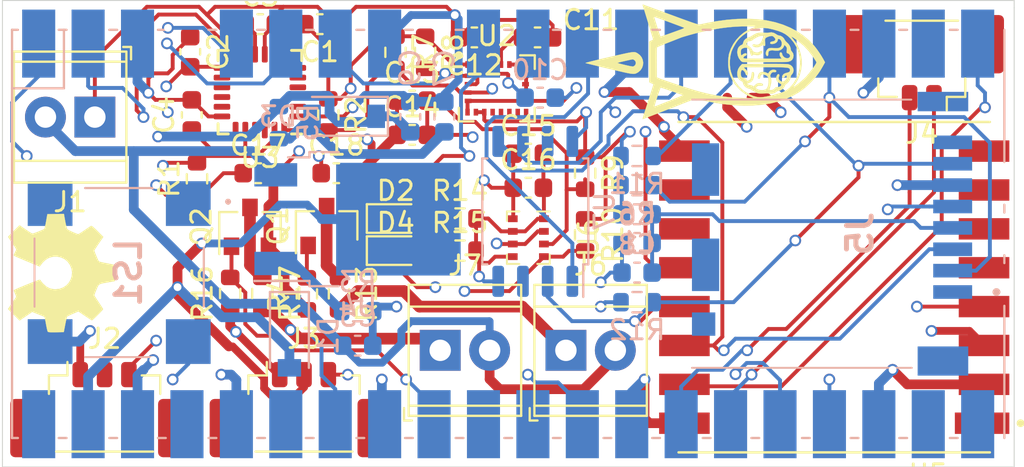
<source format=kicad_pcb>
(kicad_pcb (version 20171130) (host pcbnew "(5.1.10)-1")
  (layers (0 F.Cu signal) (1 In1.Cu signal) (2 In2.Cu signal) (31 B.Cu signal) (34 B.Paste user) (35 F.Paste user) (36 B.SilkS user hide) (37 F.SilkS user hide) (38 B.Mask user) (39 F.Mask user) (44 Edge.Cuts user))
  (net 0 "")
  (net 1 +3V3)
  (net 2 GND)
  (net 3 "Net-(C3-Pad1)")
  (net 4 "Net-(C4-Pad1)")
  (net 5 +BATT)
  (net 6 "Net-(C7-Pad1)")
  (net 7 +5V)
  (net 8 "Net-(R3-Pad1)")
  (net 9 "Net-(U1-Pad21)")
  (net 10 "Net-(U1-Pad22)")
  (net 11 "Net-(U1-Pad30)")
  (net 12 "Net-(U1-Pad31)")
  (net 13 "Net-(U1-Pad35)")
  (net 14 "Net-(U1-Pad37)")
  (net 15 "Net-(U1-Pad40)")
  (net 16 "Net-(U2-Pad13)")
  (net 17 "Net-(U2-Pad12)")
  (net 18 "Net-(U2-Pad11)")
  (net 19 "Net-(U2-Pad10)")
  (net 20 "Net-(U2-Pad9)")
  (net 21 "Net-(U3-Pad7)")
  (net 22 "Net-(U3-Pad6)")
  (net 23 "Net-(C11-Pad1)")
  (net 24 "Net-(C12-Pad1)")
  (net 25 "/RPi Pico & Motors/SCL")
  (net 26 "/RPi Pico & Motors/SDA")
  (net 27 "Net-(J5-PadMP1)")
  (net 28 "Net-(J5-PadMP2)")
  (net 29 "Net-(J5-PadMP3)")
  (net 30 "Net-(J5-PadMP4)")
  (net 31 "Net-(U7-Pad7)")
  (net 32 "Net-(U7-Pad3)")
  (net 33 "Net-(J5-PadMP5)")
  (net 34 "/RPi Pico & Motors/TVC_x")
  (net 35 "/RPi Pico & Motors/TVC_y")
  (net 36 "/RPi Pico & Motors/rw-")
  (net 37 "/RPi Pico & Motors/rw+")
  (net 38 "Net-(J5-Pad1)")
  (net 39 "Net-(J5-Pad8)")
  (net 40 "Net-(LS1-Pad1)")
  (net 41 "/RPi Pico & Motors/buzz")
  (net 42 "Net-(LS1-Pad4)")
  (net 43 "Net-(J6-Pad1)")
  (net 44 "Net-(Q1-Pad3)")
  (net 45 "Net-(U5-Pad5)")
  (net 46 "Net-(U5-Pad6)")
  (net 47 "Net-(U5-Pad7)")
  (net 48 "Net-(U5-Pad8)")
  (net 49 "Net-(U5-Pad10)")
  (net 50 "Net-(U5-Pad11)")
  (net 51 "/Data Logging/~CS_SD")
  (net 52 MOSI)
  (net 53 CLK)
  (net 54 MISO)
  (net 55 "/Data Logging/~CS_flash")
  (net 56 "/RPi Pico & Motors/~RESET_LoRa")
  (net 57 "/RPi Pico & Motors/INT_6050")
  (net 58 "/RPi Pico & Motors/~CS_LoRa")
  (net 59 "Net-(D2-Pad2)")
  (net 60 "/RPi Pico & Motors/boot")
  (net 61 "Net-(D4-Pad2)")
  (net 62 "/RPi Pico & Motors/ready")
  (net 63 "Net-(J7-Pad1)")
  (net 64 /Pyro/pyro1)
  (net 65 "Net-(Q2-Pad3)")
  (net 66 /Pyro/pyro2)
  (net 67 "Net-(C6-Pad1)")
  (net 68 "Net-(U1-Pad19)")
  (net 69 "Net-(U1-Pad11)")
  (module RocketBrain:oshw_logo (layer F.Cu) (at 115.75 78 270)
    (fp_text reference G*** hide)
    (fp_text value LOGO hide)
  )
  (module RocketBrain:RB_logo (layer F.Cu) (at 149 67.5 270)
    (fp_text reference G*** hide)
    (fp_text value LOGO hide)
  )
  (module RocketBrain:RPi_Pico_HAT_smd_mod (layer B.Cu) (at 140.2676 76.01 270)
    (fp_text reference U1 (at 0 -27.432 90) (layer B.SilkS) (effects (justify mirror)))
    (fp_text value Pico)
    (pad 28 smd rect (at 8.89 -4.826 270) (size 3.5 1.7) (drill (offset 0.9 0)) (layers B.Cu B.Mask) (net 2 GND))
    (pad 29 smd rect (at 8.89 -2.286 270) (size 3.5 1.7) (drill (offset 0.9 0)) (layers B.Cu B.Mask) (net 41 "/RPi Pico & Motors/buzz"))
    (pad 23 smd rect (at 8.89 -17.526 270) (size 3.5 1.7) (drill (offset 0.9 0)) (layers B.Cu B.Mask) (net 2 GND))
    (pad 22 smd rect (at 8.89 -20.066 270) (size 3.5 1.7) (drill (offset 0.9 0)) (layers B.Cu B.Mask) (net 10 "Net-(U1-Pad22)"))
    (pad 25 smd rect (at 8.89 -12.446 270) (size 3.5 1.7) (drill (offset 0.9 0)) (layers B.Cu B.Mask) (net 34 "/RPi Pico & Motors/TVC_x"))
    (pad 32 smd rect (at 8.89 5.334 270) (size 3.5 1.7) (drill (offset 0.9 0)) (layers B.Cu B.Mask) (net 66 /Pyro/pyro2))
    (pad 24 smd rect (at 8.89 -14.986 270) (size 3.5 1.7) (drill (offset 0.9 0)) (layers B.Cu B.Mask) (net 35 "/RPi Pico & Motors/TVC_y"))
    (pad 37 smd rect (at 8.89 18.034 270) (size 3.5 1.7) (drill (offset 0.9 0)) (layers B.Cu B.Mask) (net 14 "Net-(U1-Pad37)"))
    (pad 40 smd rect (at 8.89 25.654 270) (size 3.5 1.7) (drill (offset 0.9 0)) (layers B.Cu B.Mask) (net 15 "Net-(U1-Pad40)"))
    (pad 20 smd rect (at -8.89 -22.606 270) (size 3.5 1.7) (drill (offset -0.9 0)) (layers B.Cu B.Mask) (net 58 "/RPi Pico & Motors/~CS_LoRa"))
    (pad 30 smd rect (at 8.89 0.254 270) (size 3.5 1.7) (drill (offset 0.9 0)) (layers B.Cu B.Mask) (net 11 "Net-(U1-Pad30)"))
    (pad 19 smd rect (at -8.89 -20.066 270) (size 3.5 1.7) (drill (offset -0.9 0)) (layers B.Cu B.Mask) (net 68 "Net-(U1-Pad19)"))
    (pad 18 smd rect (at -8.89 -17.526 270) (size 3.5 1.7) (drill (offset -0.9 0)) (layers B.Cu B.Mask) (net 2 GND))
    (pad 21 smd rect (at 8.89 -22.606 270) (size 3.5 1.7) (drill (offset 0.9 0)) (layers B.Cu B.Mask) (net 9 "Net-(U1-Pad21)"))
    (pad 33 smd rect (at 8.89 7.874 270) (size 3.5 1.7) (drill (offset 0.9 0)) (layers B.Cu B.Mask) (net 2 GND))
    (pad 34 smd rect (at 8.89 10.414 270) (size 3.5 1.7) (drill (offset 0.9 0)) (layers B.Cu B.Mask) (net 64 /Pyro/pyro1))
    (pad 39 smd rect (at 8.89 23.114 270) (size 3.5 1.7) (drill (offset 0.9 0)) (layers B.Cu B.Mask) (net 7 +5V))
    (pad 17 smd rect (at -8.89 -14.986 270) (size 3.5 1.7) (drill (offset -0.9 0)) (layers B.Cu B.Mask) (net 51 "/Data Logging/~CS_SD"))
    (pad 16 smd rect (at -8.89 -12.446 270) (size 3.5 1.7) (drill (offset -0.9 0)) (layers B.Cu B.Mask) (net 54 MISO))
    (pad 15 smd rect (at -8.89 -9.906 270) (size 3.5 1.7) (drill (offset -0.9 0)) (layers B.Cu B.Mask) (net 52 MOSI))
    (pad 38 smd rect (at 8.89 20.574 270) (size 3.5 1.7) (drill (offset 0.9 0)) (layers B.Cu B.Mask) (net 2 GND))
    (pad 14 smd rect (at -8.89 -7.366 270) (size 3.5 1.7) (drill (offset -0.9 0)) (layers B.Cu B.Mask) (net 53 CLK))
    (pad 26 smd rect (at 8.89 -9.906 270) (size 3.5 1.7) (drill (offset 0.9 0)) (layers B.Cu B.Mask) (net 37 "/RPi Pico & Motors/rw+"))
    (pad 31 smd rect (at 8.89 2.794 270) (size 3.5 1.7) (drill (offset 0.9 0)) (layers B.Cu B.Mask) (net 12 "Net-(U1-Pad31)"))
    (pad 27 smd rect (at 8.89 -7.366 270) (size 3.5 1.7) (drill (offset 0.9 0)) (layers B.Cu B.Mask) (net 36 "/RPi Pico & Motors/rw-"))
    (pad 13 smd rect (at -8.89 -4.826 270) (size 3.5 1.7) (drill (offset -0.9 0)) (layers B.Cu B.Mask) (net 2 GND))
    (pad 35 smd rect (at 8.89 12.954 270) (size 3.5 1.7) (drill (offset 0.9 0)) (layers B.Cu B.Mask) (net 13 "Net-(U1-Pad35)"))
    (pad 36 smd rect (at 8.89 15.494 270) (size 3.5 1.7) (drill (offset 0.9 0)) (layers B.Cu B.Mask) (net 1 +3V3))
    (pad 11 smd rect (at -8.89 0.254 270) (size 3.5 1.7) (drill (offset -0.9 0)) (layers B.Cu B.Mask) (net 69 "Net-(U1-Pad11)"))
    (pad 6 smd rect (at -8.89 12.954 270) (size 3.5 1.7) (drill (offset -0.9 0)) (layers B.Cu B.Mask) (net 26 "/RPi Pico & Motors/SDA"))
    (pad 12 smd rect (at -8.89 -2.286 270) (size 3.5 1.7) (drill (offset -0.9 0)) (layers B.Cu B.Mask) (net 55 "/Data Logging/~CS_flash"))
    (pad 3 smd rect (at -8.89 20.574 270) (size 3.5 1.7) (drill (offset -0.9 0)) (layers B.Cu B.Mask) (net 2 GND))
    (pad 7 smd rect (at -8.89 10.414 270) (size 3.5 1.7) (drill (offset -0.9 0)) (layers B.Cu B.Mask) (net 25 "/RPi Pico & Motors/SCL"))
    (pad 5 smd rect (at -8.89 15.494 270) (size 3.5 1.7) (drill (offset -0.9 0)) (layers B.Cu B.Mask) (net 56 "/RPi Pico & Motors/~RESET_LoRa"))
    (pad 8 smd rect (at -8.89 7.874 270) (size 3.5 1.7) (drill (offset -0.9 0)) (layers B.Cu B.Mask) (net 2 GND))
    (pad 10 smd rect (at -8.89 2.794 270) (size 3.5 1.7) (drill (offset -0.9 0)) (layers B.Cu B.Mask) (net 60 "/RPi Pico & Motors/boot"))
    (pad 1 smd rect (at -8.89 25.654 270) (size 3.5 1.7) (drill (offset -0.9 0)) (layers B.Cu B.Mask) (net 62 "/RPi Pico & Motors/ready"))
    (pad 2 smd rect (at -8.89 23.114 270) (size 3.5 1.7) (drill (offset -0.9 0)) (layers B.Cu B.Mask) (net 57 "/RPi Pico & Motors/INT_6050"))
  )
  (module RocketBrain:MLT8530 (layer B.Cu) (at 118.75 78 90)
    (fp_text reference LS1 (at 0 0.475 90) (layer B.SilkS) (effects (font (size 1.27 1.27) (thickness 0.254)) (justify mirror)))
    (fp_text value MLT-8530 hide)
    (pad 1 smd rect (at 3.55 3.55) (size 2.3 2.3) (layers B.Cu B.Paste B.Mask) (net 40 "Net-(LS1-Pad1)"))
    (pad 2 smd rect (at -3.55 3.55) (size 2.3 2.3) (layers B.Cu B.Paste B.Mask) (net 41 "/RPi Pico & Motors/buzz"))
    (pad 3 smd rect (at -3.55 -3.55) (size 2.3 2.3) (layers B.Cu B.Paste B.Mask) (net 2 GND))
    (pad 4 smd rect (at 3.55 -3.55) (size 2.3 2.3) (layers B.Cu B.Paste B.Mask) (net 42 "Net-(LS1-Pad4)"))
  )
  (module Inductor_SMD:L_0603_1608Metric (layer B.Cu) (at 145.3664 75)
    (fp_text reference L1 (at 0 1.43) (layer B.SilkS) (effects (justify mirror)))
    (fp_text value "470n ")
    (pad 1 smd roundrect (at -0.7875 0) (size 0.875 0.95) (layers B.Cu B.Paste B.Mask) (net 1 +3V3))
    (pad 2 smd roundrect (at 0.7875 0) (size 0.875 0.95) (layers B.Cu B.Paste B.Mask) (net 67 "Net-(C6-Pad1)"))
  )
  (module Capacitor_SMD:C_0603_1608Metric (layer F.Cu) (at 129.91 72.8864)
    (fp_text reference C18 (at 0 -1.43) (layer F.SilkS))
    (fp_text value 0.1u)
    (pad 1 smd roundrect (at -0.775 0) (size 0.9 0.95) (layers F.Cu F.Paste F.Mask) (net 1 +3V3))
    (pad 2 smd roundrect (at 0.775 0) (size 0.9 0.95) (layers F.Cu F.Paste F.Mask) (net 2 GND))
  )
  (module Capacitor_SMD:C_0603_1608Metric (layer F.Cu) (at 125.9 72.8864)
    (fp_text reference C17 (at 0 -1.43) (layer F.SilkS))
    (fp_text value 22u)
    (pad 1 smd roundrect (at -0.775 0) (size 0.9 0.95) (layers F.Cu F.Paste F.Mask) (net 1 +3V3))
    (pad 2 smd roundrect (at 0.775 0) (size 0.9 0.95) (layers F.Cu F.Paste F.Mask) (net 2 GND))
  )
  (module Resistor_SMD:R_0603_1608Metric (layer F.Cu) (at 126.1076 79.074 270)
    (fp_text reference R17 (at 0 -1.43 90) (layer F.SilkS))
    (fp_text value 10)
    (pad 1 smd roundrect (at -0.825 0 270) (size 0.8 0.95) (layers F.Cu F.Paste F.Mask) (net 65 "Net-(Q2-Pad3)"))
    (pad 2 smd roundrect (at 0.825 0 270) (size 0.8 0.95) (layers F.Cu F.Paste F.Mask) (net 63 "Net-(J7-Pad1)"))
  )
  (module Resistor_SMD:R_0603_1608Metric (layer F.Cu) (at 124.4566 79.074 90)
    (fp_text reference R16 (at 0 -1.43 90) (layer F.SilkS))
    (fp_text value 1k)
    (pad 1 smd roundrect (at -0.825 0 90) (size 0.8 0.95) (layers F.Cu F.Paste F.Mask) (net 2 GND))
    (pad 2 smd roundrect (at 0.825 0 90) (size 0.8 0.95) (layers F.Cu F.Paste F.Mask) (net 66 /Pyro/pyro2))
  )
  (module Package_TO_SOT_SMD:SOT-23 (layer F.Cu) (at 125.4726 75.645 90)
    (fp_text reference Q2 (at 0 -2.5 90) (layer F.SilkS))
    (fp_text value G1003A)
    (pad 1 smd rect (at -1 -0.95 90) (size 0.9 0.8) (layers F.Cu F.Paste F.Mask) (net 66 /Pyro/pyro2))
    (pad 2 smd rect (at -1 0.95 90) (size 0.9 0.8) (layers F.Cu F.Paste F.Mask) (net 2 GND))
    (pad 3 smd rect (at 1 0 90) (size 0.9 0.8) (layers F.Cu F.Paste F.Mask) (net 65 "Net-(Q2-Pad3)"))
  )
  (module TerminalBlock_TE-Connectivity:TerminalBlock_TE_282834-2_1x02_P2.54mm_Horizontal (layer F.Cu) (at 135.25 82)
    (fp_text reference J7 (at 1.27 -4.37) (layer F.SilkS))
    (fp_text value Screw_Terminal_01x02)
    (pad 1 thru_hole rect (at 0 0) (size 2.1 2.1) (drill 1.1) (layers *.Cu *.Mask) (net 63 "Net-(J7-Pad1)"))
    (pad 2 thru_hole circle (at 2.54 0) (size 2.1 2.1) (drill 1.1) (layers *.Cu *.Mask) (net 5 +BATT))
  )
  (module Resistor_SMD:R_0603_1608Metric (layer F.Cu) (at 136.2664 76.869)
    (fp_text reference R15 (at 0 -1.43) (layer F.SilkS))
    (fp_text value 220)
    (pad 1 smd roundrect (at -0.825 0) (size 0.8 0.95) (layers F.Cu F.Paste F.Mask) (net 61 "Net-(D4-Pad2)"))
    (pad 2 smd roundrect (at 0.825 0) (size 0.8 0.95) (layers F.Cu F.Paste F.Mask) (net 2 GND))
  )
  (module Resistor_SMD:R_0603_1608Metric (layer F.Cu) (at 136.2664 75.218)
    (fp_text reference R14 (at 0 -1.43) (layer F.SilkS))
    (fp_text value 220)
    (pad 1 smd roundrect (at -0.825 0) (size 0.8 0.95) (layers F.Cu F.Paste F.Mask) (net 59 "Net-(D2-Pad2)"))
    (pad 2 smd roundrect (at 0.825 0) (size 0.8 0.95) (layers F.Cu F.Paste F.Mask) (net 2 GND))
  )
  (module LED_SMD:LED_0603_1608Metric (layer F.Cu) (at 132.9644 76.869)
    (fp_text reference D4 (at 0 -1.43) (layer F.SilkS))
    (fp_text value "LED green")
    (pad 1 smd roundrect (at -0.7875 0) (size 0.875 0.95) (layers F.Cu F.Paste F.Mask) (net 62 "/RPi Pico & Motors/ready"))
    (pad 2 smd roundrect (at 0.7875 0) (size 0.875 0.95) (layers F.Cu F.Paste F.Mask) (net 61 "Net-(D4-Pad2)"))
  )
  (module LED_SMD:LED_0603_1608Metric (layer F.Cu) (at 132.9644 75.218)
    (fp_text reference D2 (at 0 -1.43) (layer F.SilkS))
    (fp_text value "LED red ")
    (pad 1 smd roundrect (at -0.7875 0) (size 0.875 0.95) (layers F.Cu F.Paste F.Mask) (net 60 "/RPi Pico & Motors/boot"))
    (pad 2 smd roundrect (at 0.7875 0) (size 0.875 0.95) (layers F.Cu F.Paste F.Mask) (net 59 "Net-(D2-Pad2)"))
  )
  (module RocketBrain:DM3CSSF (layer B.Cu) (at 156 76 270)
    (fp_text reference J5 (at 0 -0.825 90) (layer B.SilkS) (effects (font (size 1.27 1.27) (thickness 0.254)) (justify mirror)))
    (fp_text value DM3CS-SF hide)
    (pad 1 smd rect (at 3 -5.588 270) (size 0.7 2) (layers B.Cu B.Paste B.Mask) (net 38 "Net-(J5-Pad1)"))
    (pad 7 smd rect (at -3.6 -5.588 270) (size 0.7 2) (layers B.Cu B.Paste B.Mask) (net 54 MISO))
    (pad MP4 smd rect (at 1.6 7.112 180) (size 1.4 2.7) (layers B.Cu B.Paste B.Mask) (net 30 "Net-(J5-PadMP4)"))
    (pad 2 smd rect (at 1.9 -5.588 270) (size 0.7 2) (layers B.Cu B.Paste B.Mask) (net 51 "/Data Logging/~CS_SD"))
    (pad 3 smd rect (at 0.8 -5.588 270) (size 0.7 2) (layers B.Cu B.Paste B.Mask) (net 52 MOSI))
    (pad MP5 smd rect (at 4.65 7.212 180) (size 1.2 1.2) (layers B.Cu B.Paste B.Mask) (net 33 "Net-(J5-PadMP5)"))
    (pad MP3 smd rect (at -3.3 7.112 180) (size 1.4 2.7) (layers B.Cu B.Paste B.Mask) (net 29 "Net-(J5-PadMP3)"))
    (pad 6 smd rect (at -2.5 -5.588 270) (size 0.7 2) (layers B.Cu B.Paste B.Mask) (net 2 GND))
    (pad MP2 smd rect (at 6.55 -5.088 270) (size 1.5 2.6) (layers B.Cu B.Paste B.Mask) (net 28 "Net-(J5-PadMP2)"))
    (pad 5 smd rect (at -1.4 -5.588 270) (size 0.7 2) (layers B.Cu B.Paste B.Mask) (net 53 CLK))
    (pad 4 smd rect (at -0.3 -5.588 270) (size 0.7 2) (layers B.Cu B.Paste B.Mask) (net 67 "Net-(C6-Pad1)"))
    (pad 8 smd rect (at -4.7 -5.588 270) (size 0.7 2) (layers B.Cu B.Paste B.Mask) (net 39 "Net-(J5-Pad8)"))
    (pad MP1 smd rect (at -6.8 -5.088 270) (size 1 2.6) (layers B.Cu B.Paste B.Mask) (net 27 "Net-(J5-PadMP1)"))
  )
  (module RocketBrain:MODULE_RA-02_LORA (layer F.Cu) (at 155.5 78.75 180)
    (fp_text reference U5 (at -4.825 -9.635) (layer F.SilkS))
    (fp_text value RA-02_LORA)
    (pad 16 smd rect (at 7.7 -7 180) (size 2.6 1.1) (layers F.Cu F.Paste F.Mask) (net 2 GND))
    (pad 15 smd rect (at 7.7 -5 180) (size 2.6 1.1) (layers F.Cu F.Paste F.Mask) (net 58 "/RPi Pico & Motors/~CS_LoRa"))
    (pad 14 smd rect (at 7.7 -3 180) (size 2.6 1.1) (layers F.Cu F.Paste F.Mask) (net 52 MOSI))
    (pad 13 smd rect (at 7.7 -1 180) (size 2.6 1.1) (layers F.Cu F.Paste F.Mask) (net 54 MISO))
    (pad 12 smd rect (at 7.7 1 180) (size 2.6 1.1) (layers F.Cu F.Paste F.Mask) (net 53 CLK))
    (pad 11 smd rect (at 7.7 3 180) (size 2.6 1.1) (layers F.Cu F.Paste F.Mask) (net 50 "Net-(U5-Pad11)"))
    (pad 10 smd rect (at 7.7 5 180) (size 2.6 1.1) (layers F.Cu F.Paste F.Mask) (net 49 "Net-(U5-Pad10)"))
    (pad 9 smd rect (at 7.7 7 180) (size 2.6 1.1) (layers F.Cu F.Paste F.Mask) (net 2 GND))
    (pad 8 smd rect (at -7.7 7 180) (size 2.6 1.1) (layers F.Cu F.Paste F.Mask) (net 48 "Net-(U5-Pad8)"))
    (pad 7 smd rect (at -7.7 5 180) (size 2.6 1.1) (layers F.Cu F.Paste F.Mask) (net 47 "Net-(U5-Pad7)"))
    (pad 6 smd rect (at -7.7 3 180) (size 2.6 1.1) (layers F.Cu F.Paste F.Mask) (net 46 "Net-(U5-Pad6)"))
    (pad 5 smd rect (at -7.7 1 180) (size 2.6 1.1) (layers F.Cu F.Paste F.Mask) (net 45 "Net-(U5-Pad5)"))
    (pad 4 smd rect (at -7.7 -1 180) (size 2.6 1.1) (layers F.Cu F.Paste F.Mask) (net 56 "/RPi Pico & Motors/~RESET_LoRa"))
    (pad 3 smd rect (at -7.7 -3 180) (size 2.6 1.1) (layers F.Cu F.Paste F.Mask) (net 1 +3V3))
    (pad 2 smd rect (at -7.7 -5 180) (size 2.6 1.1) (layers F.Cu F.Paste F.Mask) (net 2 GND))
    (pad 1 smd rect (at -7.6 -7 180) (size 2.8 1.1) (layers F.Cu F.Paste F.Mask) (net 2 GND))
  )
  (module Resistor_SMD:R_0603_1608Metric (layer F.Cu) (at 130.0476 79.093 270)
    (fp_text reference R13 (at 0 -1.43 90) (layer F.SilkS))
    (fp_text value 10)
    (pad 1 smd roundrect (at -0.825 0 270) (size 0.8 0.95) (layers F.Cu F.Paste F.Mask) (net 44 "Net-(Q1-Pad3)"))
    (pad 2 smd roundrect (at 0.825 0 270) (size 0.8 0.95) (layers F.Cu F.Paste F.Mask) (net 43 "Net-(J6-Pad1)"))
  )
  (module Resistor_SMD:R_0603_1608Metric (layer F.Cu) (at 128.3966 79.093 90)
    (fp_text reference R4 (at 0 -1.43 90) (layer F.SilkS))
    (fp_text value 1k)
    (pad 1 smd roundrect (at -0.825 0 90) (size 0.8 0.95) (layers F.Cu F.Paste F.Mask) (net 2 GND))
    (pad 2 smd roundrect (at 0.825 0 90) (size 0.8 0.95) (layers F.Cu F.Paste F.Mask) (net 64 /Pyro/pyro1))
  )
  (module Package_TO_SOT_SMD:SOT-23 (layer F.Cu) (at 129.4126 75.601 90)
    (fp_text reference Q1 (at 0 -2.5 90) (layer F.SilkS))
    (fp_text value G1003A)
    (pad 1 smd rect (at -1 -0.95 90) (size 0.9 0.8) (layers F.Cu F.Paste F.Mask) (net 64 /Pyro/pyro1))
    (pad 2 smd rect (at -1 0.95 90) (size 0.9 0.8) (layers F.Cu F.Paste F.Mask) (net 2 GND))
    (pad 3 smd rect (at 1 0 90) (size 0.9 0.8) (layers F.Cu F.Paste F.Mask) (net 44 "Net-(Q1-Pad3)"))
  )
  (module TerminalBlock_TE-Connectivity:TerminalBlock_TE_282834-2_1x02_P2.54mm_Horizontal (layer F.Cu) (at 141.71 82)
    (fp_text reference J6 (at 1.27 -4.37) (layer F.SilkS))
    (fp_text value Screw_Terminal_01x02)
    (pad 1 thru_hole rect (at 0 0) (size 2.1 2.1) (drill 1.1) (layers *.Cu *.Mask) (net 43 "Net-(J6-Pad1)"))
    (pad 2 thru_hole circle (at 2.54 0) (size 2.1 2.1) (drill 1.1) (layers *.Cu *.Mask) (net 5 +BATT))
  )
  (module Package_SO:SOIC-8_5.23x5.23mm_P1.27mm (layer B.Cu) (at 140.1364 74.85 90)
    (fp_text reference U7 (at 0 3.56 270) (layer B.SilkS) (effects (justify mirror)))
    (fp_text value W25Q128JVS)
    (pad 8 smd roundrect (at 3.6 1.905 90) (size 1.6 0.6) (layers B.Cu B.Paste B.Mask) (net 1 +3V3))
    (pad 7 smd roundrect (at 3.6 0.635 90) (size 1.6 0.6) (layers B.Cu B.Paste B.Mask) (net 31 "Net-(U7-Pad7)"))
    (pad 6 smd roundrect (at 3.6 -0.635 90) (size 1.6 0.6) (layers B.Cu B.Paste B.Mask) (net 53 CLK))
    (pad 5 smd roundrect (at 3.6 -1.905 90) (size 1.6 0.6) (layers B.Cu B.Paste B.Mask) (net 52 MOSI))
    (pad 4 smd roundrect (at -3.6 -1.905 90) (size 1.6 0.6) (layers B.Cu B.Paste B.Mask) (net 2 GND))
    (pad 3 smd roundrect (at -3.6 -0.635 90) (size 1.6 0.6) (layers B.Cu B.Paste B.Mask) (net 32 "Net-(U7-Pad3)"))
    (pad 2 smd roundrect (at -3.6 0.635 90) (size 1.6 0.6) (layers B.Cu B.Paste B.Mask) (net 54 MISO))
    (pad 1 smd roundrect (at -3.6 1.905 90) (size 1.6 0.6) (layers B.Cu B.Paste B.Mask) (net 55 "/Data Logging/~CS_flash"))
  )
  (module Connector_Molex:Molex_PicoBlade_53398-0271_1x02-1MP_P1.25mm_Vertical (layer F.Cu) (at 160 67.75 180)
    (fp_text reference J4 (at 0 -3.1) (layer F.SilkS))
    (fp_text value "1x2 picoblade")
    (pad 1 smd roundrect (at -0.625 -1.25 180) (size 0.8 1.3) (layers F.Cu F.Paste F.Mask) (net 37 "/RPi Pico & Motors/rw+"))
    (pad 2 smd roundrect (at 0.625 -1.25 180) (size 0.8 1.3) (layers F.Cu F.Paste F.Mask) (net 36 "/RPi Pico & Motors/rw-"))
    (pad MP smd roundrect (at -3.175 1.5 180) (size 2.1 3) (layers F.Cu F.Paste F.Mask) (roundrect_rratio 0.119048))
    (pad MP smd roundrect (at 3.175 1.5 180) (size 2.1 3) (layers F.Cu F.Paste F.Mask) (roundrect_rratio 0.119048))
  )
  (module Connector_Molex:Molex_PicoBlade_53398-0371_1x03-1MP_P1.25mm_Vertical (layer F.Cu) (at 128.25 84.5)
    (fp_text reference J3 (at 0 -3.1) (layer F.SilkS))
    (fp_text value "1x3 picoblade")
    (pad 1 smd roundrect (at -1.25 -1.25) (size 0.8 1.3) (layers F.Cu F.Paste F.Mask) (net 2 GND))
    (pad 2 smd roundrect (at 0 -1.25) (size 0.8 1.3) (layers F.Cu F.Paste F.Mask) (net 7 +5V))
    (pad 3 smd roundrect (at 1.25 -1.25) (size 0.8 1.3) (layers F.Cu F.Paste F.Mask) (net 35 "/RPi Pico & Motors/TVC_y"))
    (pad MP smd roundrect (at -3.8 1.5) (size 2.1 3) (layers F.Cu F.Paste F.Mask) (roundrect_rratio 0.119048))
    (pad MP smd roundrect (at 3.8 1.5) (size 2.1 3) (layers F.Cu F.Paste F.Mask) (roundrect_rratio 0.119048))
  )
  (module Connector_Molex:Molex_PicoBlade_53398-0371_1x03-1MP_P1.25mm_Vertical (layer F.Cu) (at 118 84.5)
    (fp_text reference J2 (at 0 -3.1) (layer F.SilkS))
    (fp_text value "1x3 picoblade")
    (pad 1 smd roundrect (at -1.25 -1.25) (size 0.8 1.3) (layers F.Cu F.Paste F.Mask) (net 2 GND))
    (pad 2 smd roundrect (at 0 -1.25) (size 0.8 1.3) (layers F.Cu F.Paste F.Mask) (net 7 +5V))
    (pad 3 smd roundrect (at 1.25 -1.25) (size 0.8 1.3) (layers F.Cu F.Paste F.Mask) (net 34 "/RPi Pico & Motors/TVC_x"))
    (pad MP smd roundrect (at -3.8 1.5) (size 2.1 3) (layers F.Cu F.Paste F.Mask) (roundrect_rratio 0.119048))
    (pad MP smd roundrect (at 3.8 1.5) (size 2.1 3) (layers F.Cu F.Paste F.Mask) (roundrect_rratio 0.119048))
  )
  (module Capacitor_SMD:C_0603_1608Metric (layer B.Cu) (at 140.3864 69 180)
    (fp_text reference C10 (at 0 1.43) (layer B.SilkS) (effects (justify mirror)))
    (fp_text value 0.1uF)
    (pad 2 smd roundrect (at 0.775 0 180) (size 0.9 0.95) (layers B.Cu B.Paste B.Mask) (net 1 +3V3))
    (pad 1 smd roundrect (at -0.775 0 180) (size 0.9 0.95) (layers B.Cu B.Paste B.Mask) (net 2 GND))
  )
  (module Resistor_SMD:R_0603_1608Metric (layer B.Cu) (at 145.3664 79.524)
    (fp_text reference R12 (at 0 1.43 180) (layer B.SilkS) (effects (justify mirror)))
    (fp_text value 47k)
    (pad 2 smd roundrect (at 0.825 0) (size 0.8 0.95) (layers B.Cu B.Paste B.Mask) (net 54 MISO))
    (pad 1 smd roundrect (at -0.825 0) (size 0.8 0.95) (layers B.Cu B.Paste B.Mask) (net 1 +3V3))
  )
  (module Resistor_SMD:R_0603_1608Metric (layer B.Cu) (at 145.3664 72)
    (fp_text reference R11 (at 0 1.43 180) (layer B.SilkS) (effects (justify mirror)))
    (fp_text value 47k)
    (pad 2 smd roundrect (at 0.825 0) (size 0.8 0.95) (layers B.Cu B.Paste B.Mask) (net 52 MOSI))
    (pad 1 smd roundrect (at -0.825 0) (size 0.8 0.95) (layers B.Cu B.Paste B.Mask) (net 1 +3V3))
  )
  (module Resistor_SMD:R_0603_1608Metric (layer B.Cu) (at 145.3664 73.5)
    (fp_text reference R6 (at 0 1.43 180) (layer B.SilkS) (effects (justify mirror)))
    (fp_text value 47k)
    (pad 2 smd roundrect (at 0.825 0) (size 0.8 0.95) (layers B.Cu B.Paste B.Mask) (net 51 "/Data Logging/~CS_SD"))
    (pad 1 smd roundrect (at -0.825 0) (size 0.8 0.95) (layers B.Cu B.Paste B.Mask) (net 1 +3V3))
  )
  (module Capacitor_SMD:C_0603_1608Metric (layer B.Cu) (at 145.3664 78 180)
    (fp_text reference C8 (at 0 1.43 180) (layer B.SilkS) (effects (justify mirror)))
    (fp_text value 22u)
    (pad 2 smd roundrect (at 0.775 0 180) (size 0.9 0.95) (layers B.Cu B.Paste B.Mask) (net 2 GND))
    (pad 1 smd roundrect (at -0.775 0 180) (size 0.9 0.95) (layers B.Cu B.Paste B.Mask) (net 67 "Net-(C6-Pad1)"))
  )
  (module Capacitor_SMD:C_0603_1608Metric (layer B.Cu) (at 145.3664 76.476 180)
    (fp_text reference C6 (at 0 1.43 180) (layer B.SilkS) (effects (justify mirror)))
    (fp_text value 22u)
    (pad 2 smd roundrect (at 0.775 0 180) (size 0.9 0.95) (layers B.Cu B.Paste B.Mask) (net 2 GND))
    (pad 1 smd roundrect (at -0.775 0 180) (size 0.9 0.95) (layers B.Cu B.Paste B.Mask) (net 67 "Net-(C6-Pad1)"))
  )
  (module Package_LGA:LGA-24L_3x3.5mm_P0.43mm (layer F.Cu) (at 138.1596 68.521)
    (fp_text reference U2 (at 0 -2.7) (layer F.SilkS))
    (fp_text value LSM9DS1)
    (pad 1 smd rect (at -1.505 -1.225) (size 0.23 0.35) (layers F.Cu F.Paste F.Mask) (net 1 +3V3))
    (pad 2 smd rect (at -1.475 -0.645) (size 0.35 0.23) (layers F.Cu F.Paste F.Mask) (net 25 "/RPi Pico & Motors/SCL"))
    (pad 17 smd rect (at 1.475 -0.645) (size 0.35 0.23) (layers F.Cu F.Paste F.Mask) (net 2 GND))
    (pad 3 smd rect (at -1.475 -0.215) (size 0.35 0.23) (layers F.Cu F.Paste F.Mask) (net 1 +3V3))
    (pad 16 smd rect (at 1.475 -0.215) (size 0.35 0.23) (layers F.Cu F.Paste F.Mask) (net 2 GND))
    (pad 4 smd rect (at -1.475 0.215) (size 0.35 0.23) (layers F.Cu F.Paste F.Mask) (net 26 "/RPi Pico & Motors/SDA"))
    (pad 15 smd rect (at 1.475 0.215) (size 0.35 0.23) (layers F.Cu F.Paste F.Mask) (net 2 GND))
    (pad 5 smd rect (at -1.475 0.645) (size 0.35 0.23) (layers F.Cu F.Paste F.Mask) (net 2 GND))
    (pad 14 smd rect (at 1.475 0.645) (size 0.35 0.23) (layers F.Cu F.Paste F.Mask) (net 2 GND))
    (pad 24 smd rect (at -1.075 -1.225) (size 0.23 0.35) (layers F.Cu F.Paste F.Mask) (net 24 "Net-(C12-Pad1)"))
    (pad 23 smd rect (at -0.645 -1.225) (size 0.23 0.35) (layers F.Cu F.Paste F.Mask) (net 1 +3V3))
    (pad 22 smd rect (at -0.215 -1.225) (size 0.23 0.35) (layers F.Cu F.Paste F.Mask) (net 1 +3V3))
    (pad 21 smd rect (at 0.215 -1.225) (size 0.23 0.35) (layers F.Cu F.Paste F.Mask) (net 23 "Net-(C11-Pad1)"))
    (pad 20 smd rect (at 0.645 -1.225) (size 0.23 0.35) (layers F.Cu F.Paste F.Mask) (net 2 GND))
    (pad 19 smd rect (at 1.075 -1.225) (size 0.23 0.35) (layers F.Cu F.Paste F.Mask) (net 2 GND))
    (pad 18 smd rect (at 1.505 -1.225) (size 0.23 0.35) (layers F.Cu F.Paste F.Mask) (net 2 GND))
    (pad 6 smd rect (at -1.505 1.225) (size 0.23 0.35) (layers F.Cu F.Paste F.Mask) (net 2 GND))
    (pad 7 smd rect (at -1.075 1.225) (size 0.23 0.35) (layers F.Cu F.Paste F.Mask) (net 1 +3V3))
    (pad 8 smd rect (at -0.645 1.225) (size 0.23 0.35) (layers F.Cu F.Paste F.Mask) (net 1 +3V3))
    (pad 9 smd rect (at -0.215 1.225) (size 0.23 0.35) (layers F.Cu F.Paste F.Mask) (net 20 "Net-(U2-Pad9)"))
    (pad 10 smd rect (at 0.215 1.225) (size 0.23 0.35) (layers F.Cu F.Paste F.Mask) (net 19 "Net-(U2-Pad10)"))
    (pad 11 smd rect (at 0.645 1.225) (size 0.23 0.35) (layers F.Cu F.Paste F.Mask) (net 18 "Net-(U2-Pad11)"))
    (pad 12 smd rect (at 1.075 1.225) (size 0.23 0.35) (layers F.Cu F.Paste F.Mask) (net 17 "Net-(U2-Pad12)"))
    (pad 13 smd rect (at 1.505 1.225) (size 0.23 0.35) (layers F.Cu F.Paste F.Mask) (net 16 "Net-(U2-Pad13)"))
  )
  (module Resistor_SMD:R_0603_1608Metric (layer F.Cu) (at 142.6986 76.0594 270)
    (fp_text reference R10 (at 0 -1.43 270) (layer F.SilkS))
    (fp_text value 4.7k)
    (pad 1 smd roundrect (at -0.825 0 270) (size 0.8 0.95) (layers F.Cu F.Paste F.Mask) (net 1 +3V3))
    (pad 2 smd roundrect (at 0.825 0 270) (size 0.8 0.95) (layers F.Cu F.Paste F.Mask) (net 25 "/RPi Pico & Motors/SCL"))
  )
  (module Resistor_SMD:R_0603_1608Metric (layer F.Cu) (at 142.6986 72.8844 270)
    (fp_text reference R9 (at 0 -1.43 270) (layer F.SilkS))
    (fp_text value 4.7k)
    (pad 1 smd roundrect (at -0.825 0 270) (size 0.8 0.95) (layers F.Cu F.Paste F.Mask) (net 1 +3V3))
    (pad 2 smd roundrect (at 0.825 0 270) (size 0.8 0.95) (layers F.Cu F.Paste F.Mask) (net 26 "/RPi Pico & Motors/SDA"))
  )
  (module Package_LGA:Bosch_LGA-8_2x2.5mm_P0.65mm_ClockwisePinNumbering (layer F.Cu) (at 139.7786 76.2044 270)
    (fp_text reference U6 (at 0 -3.1 270) (layer F.SilkS))
    (fp_text value BMP280)
    (pad 1 smd rect (at -0.975 -0.8) (size 0.5 0.35) (layers F.Cu F.Paste F.Mask) (net 2 GND))
    (pad 5 smd rect (at 0.975 0.8) (size 0.5 0.35) (layers F.Cu F.Paste F.Mask) (net 2 GND))
    (pad 6 smd rect (at 0.325 0.8) (size 0.5 0.35) (layers F.Cu F.Paste F.Mask) (net 1 +3V3))
    (pad 7 smd rect (at -0.325 0.8) (size 0.5 0.35) (layers F.Cu F.Paste F.Mask) (net 2 GND))
    (pad 4 smd rect (at 0.975 -0.8) (size 0.5 0.35) (layers F.Cu F.Paste F.Mask) (net 25 "/RPi Pico & Motors/SCL"))
    (pad 3 smd rect (at 0.325 -0.8) (size 0.5 0.35) (layers F.Cu F.Paste F.Mask) (net 26 "/RPi Pico & Motors/SDA"))
    (pad 2 smd rect (at -0.325 -0.8) (size 0.5 0.35) (layers F.Cu F.Paste F.Mask) (net 1 +3V3))
    (pad 8 smd rect (at -0.975 0.8) (size 0.5 0.35) (layers F.Cu F.Paste F.Mask) (net 1 +3V3))
  )
  (module Resistor_SMD:R_0603_1608Metric (layer F.Cu) (at 134.4766 66.667 270)
    (fp_text reference R8 (at 0 -1.43 90) (layer F.SilkS))
    (fp_text value 4.7k)
    (pad 1 smd roundrect (at -0.825 0 270) (size 0.8 0.95) (layers F.Cu F.Paste F.Mask) (net 1 +3V3))
    (pad 2 smd roundrect (at 0.825 0 270) (size 0.8 0.95) (layers F.Cu F.Paste F.Mask) (net 25 "/RPi Pico & Motors/SCL"))
  )
  (module Resistor_SMD:R_0603_1608Metric (layer F.Cu) (at 132.9526 66.667 270)
    (fp_text reference R7 (at 0 -1.43 90) (layer F.SilkS))
    (fp_text value 4.7k)
    (pad 1 smd roundrect (at -0.825 0 270) (size 0.8 0.95) (layers F.Cu F.Paste F.Mask) (net 1 +3V3))
    (pad 2 smd roundrect (at 0.825 0 270) (size 0.8 0.95) (layers F.Cu F.Paste F.Mask) (net 26 "/RPi Pico & Motors/SDA"))
  )
  (module Capacitor_SMD:C_0603_1608Metric (layer F.Cu) (at 139.7786 73.6344)
    (fp_text reference C16 (at 0 -1.43 180) (layer F.SilkS))
    (fp_text value 0.1u)
    (pad 1 smd roundrect (at -0.775 0) (size 0.9 0.95) (layers F.Cu F.Paste F.Mask) (net 1 +3V3))
    (pad 2 smd roundrect (at 0.775 0) (size 0.9 0.95) (layers F.Cu F.Paste F.Mask) (net 2 GND))
  )
  (module Capacitor_SMD:C_0603_1608Metric (layer F.Cu) (at 139.7786 71.8844)
    (fp_text reference C15 (at 0 -1.43 180) (layer F.SilkS))
    (fp_text value 0.1u)
    (pad 1 smd roundrect (at -0.775 0) (size 0.9 0.95) (layers F.Cu F.Paste F.Mask) (net 1 +3V3))
    (pad 2 smd roundrect (at 0.775 0) (size 0.9 0.95) (layers F.Cu F.Paste F.Mask) (net 2 GND))
  )
  (module Capacitor_SMD:C_0603_1608Metric (layer F.Cu) (at 133.808 70.914)
    (fp_text reference C14 (at 0 -1.43) (layer F.SilkS))
    (fp_text value 0.1u)
    (pad 1 smd roundrect (at -0.775 0) (size 0.9 0.95) (layers F.Cu F.Paste F.Mask) (net 2 GND))
    (pad 2 smd roundrect (at 0.775 0) (size 0.9 0.95) (layers F.Cu F.Paste F.Mask) (net 1 +3V3))
  )
  (module Capacitor_SMD:C_0603_1608Metric (layer F.Cu) (at 133.808 69.15)
    (fp_text reference C13 (at 0 -1.43) (layer F.SilkS))
    (fp_text value 10u)
    (pad 1 smd roundrect (at -0.775 0) (size 0.9 0.95) (layers F.Cu F.Paste F.Mask) (net 2 GND))
    (pad 2 smd roundrect (at 0.775 0) (size 0.9 0.95) (layers F.Cu F.Paste F.Mask) (net 1 +3V3))
  )
  (module Capacitor_SMD:C_0603_1608Metric (layer F.Cu) (at 137.0036 65.9 180)
    (fp_text reference C12 (at 0 -1.43) (layer F.SilkS))
    (fp_text value 0.1u)
    (pad 1 smd roundrect (at -0.775 0 180) (size 0.9 0.95) (layers F.Cu F.Paste F.Mask) (net 24 "Net-(C12-Pad1)"))
    (pad 2 smd roundrect (at 0.775 0 180) (size 0.9 0.95) (layers F.Cu F.Paste F.Mask) (net 2 GND))
  )
  (module Capacitor_SMD:C_0603_1608Metric (layer F.Cu) (at 140.252 65.9)
    (fp_text reference C11 (at 2.748 -0.9) (layer F.SilkS))
    (fp_text value 0.01u)
    (pad 1 smd roundrect (at -0.775 0) (size 0.9 0.95) (layers F.Cu F.Paste F.Mask) (net 23 "Net-(C11-Pad1)"))
    (pad 2 smd roundrect (at 0.775 0) (size 0.9 0.95) (layers F.Cu F.Paste F.Mask) (net 2 GND))
  )
  (module Package_TO_SOT_SMD:TO-252-2 (layer B.Cu) (at 131 75.25)
    (fp_text reference U4 (at 0 4.5) (layer B.SilkS) (effects (justify mirror)))
    (fp_text value LM317_TO-252)
    (pad 1 smd rect (at -4.2 2.28) (size 2.2 1.2) (layers B.Cu B.Paste B.Mask) (net 8 "Net-(R3-Pad1)"))
    (pad 3 smd rect (at -4.2 -2.28) (size 2.2 1.2) (layers B.Cu B.Paste B.Mask) (net 5 +BATT))
    (pad 2 smd rect (at 2.1 0) (size 6.4 5.8) (layers B.Cu B.Mask) (net 7 +5V))
  )
  (module Sensor_Motion:InvenSense_QFN-24_4x4mm_P0.5mm (layer F.Cu) (at 125.9826 68.7174 180)
    (fp_text reference U3 (at 0 -3.375) (layer F.SilkS))
    (fp_text value MPU-6050)
    (pad 1 smd roundrect (at -1.95 -1.25 180) (size 0.85 0.3) (layers F.Cu F.Paste F.Mask) (net 2 GND))
    (pad 2 smd roundrect (at -1.95 -0.75 180) (size 0.85 0.3) (layers F.Cu F.Paste F.Mask))
    (pad 3 smd roundrect (at -1.95 -0.25 180) (size 0.85 0.3) (layers F.Cu F.Paste F.Mask))
    (pad 4 smd roundrect (at -1.95 0.25 180) (size 0.85 0.3) (layers F.Cu F.Paste F.Mask))
    (pad 5 smd roundrect (at -1.95 0.75 180) (size 0.85 0.3) (layers F.Cu F.Paste F.Mask))
    (pad 6 smd roundrect (at -1.95 1.25 180) (size 0.85 0.3) (layers F.Cu F.Paste F.Mask) (net 22 "Net-(U3-Pad6)"))
    (pad 7 smd roundrect (at -1.25 1.95 270) (size 0.85 0.3) (layers F.Cu F.Paste F.Mask) (net 21 "Net-(U3-Pad7)"))
    (pad 8 smd roundrect (at -0.75 1.95 270) (size 0.85 0.3) (layers F.Cu F.Paste F.Mask) (net 1 +3V3))
    (pad 9 smd roundrect (at -0.25 1.95 270) (size 0.85 0.3) (layers F.Cu F.Paste F.Mask) (net 2 GND))
    (pad 10 smd roundrect (at 0.25 1.95 270) (size 0.85 0.3) (layers F.Cu F.Paste F.Mask) (net 3 "Net-(C3-Pad1)"))
    (pad 11 smd roundrect (at 0.75 1.95 270) (size 0.85 0.3) (layers F.Cu F.Paste F.Mask) (net 2 GND))
    (pad 12 smd roundrect (at 1.25 1.95 270) (size 0.85 0.3) (layers F.Cu F.Paste F.Mask) (net 57 "/RPi Pico & Motors/INT_6050"))
    (pad 13 smd roundrect (at 1.95 1.25 180) (size 0.85 0.3) (layers F.Cu F.Paste F.Mask) (net 1 +3V3))
    (pad 14 smd roundrect (at 1.95 0.75 180) (size 0.85 0.3) (layers F.Cu F.Paste F.Mask))
    (pad 15 smd roundrect (at 1.95 0.25 180) (size 0.85 0.3) (layers F.Cu F.Paste F.Mask))
    (pad 16 smd roundrect (at 1.95 -0.25 180) (size 0.85 0.3) (layers F.Cu F.Paste F.Mask))
    (pad 17 smd roundrect (at 1.95 -0.75 180) (size 0.85 0.3) (layers F.Cu F.Paste F.Mask))
    (pad 18 smd roundrect (at 1.95 -1.25 180) (size 0.85 0.3) (layers F.Cu F.Paste F.Mask) (net 2 GND))
    (pad 19 smd roundrect (at 1.25 -1.95 270) (size 0.85 0.3) (layers F.Cu F.Paste F.Mask))
    (pad 20 smd roundrect (at 0.75 -1.95 270) (size 0.85 0.3) (layers F.Cu F.Paste F.Mask) (net 4 "Net-(C4-Pad1)"))
    (pad 21 smd roundrect (at 0.25 -1.95 270) (size 0.85 0.3) (layers F.Cu F.Paste F.Mask))
    (pad 22 smd roundrect (at -0.25 -1.95 270) (size 0.85 0.3) (layers F.Cu F.Paste F.Mask))
    (pad 23 smd roundrect (at -0.75 -1.95 270) (size 0.85 0.3) (layers F.Cu F.Paste F.Mask) (net 25 "/RPi Pico & Motors/SCL"))
    (pad 24 smd roundrect (at -1.25 -1.95 270) (size 0.85 0.3) (layers F.Cu F.Paste F.Mask) (net 26 "/RPi Pico & Motors/SDA"))
  )
  (module Resistor_SMD:R_0603_1608Metric (layer B.Cu) (at 126.9624 70.2846 270)
    (fp_text reference R5 (at 0 -1.5 90) (layer B.SilkS) (effects (justify mirror)))
    (fp_text value 1k)
    (pad 1 smd roundrect (at -0.825 0 270) (size 0.8 0.95) (layers B.Cu B.Paste B.Mask) (net 7 +5V))
    (pad 2 smd roundrect (at 0.825 0 270) (size 0.8 0.95) (layers B.Cu B.Paste B.Mask) (net 6 "Net-(C7-Pad1)"))
  )
  (module Resistor_SMD:R_0603_1608Metric (layer B.Cu) (at 131.0074 79.983)
    (fp_text reference R3 (at 0 -1.5) (layer B.SilkS) (effects (justify mirror)))
    (fp_text value 3k)
    (pad 1 smd roundrect (at -0.825 0) (size 0.8 0.95) (layers B.Cu B.Paste B.Mask) (net 8 "Net-(R3-Pad1)"))
    (pad 2 smd roundrect (at 0.825 0) (size 0.8 0.95) (layers B.Cu B.Paste B.Mask) (net 2 GND))
  )
  (module Resistor_SMD:R_0603_1608Metric (layer F.Cu) (at 129.5 69.8874 270)
    (fp_text reference R2 (at 0 -1.43 90) (layer F.SilkS))
    (fp_text value 4.7k)
    (pad 1 smd roundrect (at -0.825 0 270) (size 0.8 0.95) (layers F.Cu F.Paste F.Mask) (net 1 +3V3))
    (pad 2 smd roundrect (at 0.825 0 270) (size 0.8 0.95) (layers F.Cu F.Paste F.Mask) (net 26 "/RPi Pico & Motors/SDA"))
  )
  (module Resistor_SMD:R_0603_1608Metric (layer F.Cu) (at 122.75 73.175 90)
    (fp_text reference R1 (at 0 -1.43 90) (layer F.SilkS))
    (fp_text value 4.7k)
    (pad 1 smd roundrect (at -0.825 0 90) (size 0.8 0.95) (layers F.Cu F.Paste F.Mask) (net 1 +3V3))
    (pad 2 smd roundrect (at 0.825 0 90) (size 0.8 0.95) (layers F.Cu F.Paste F.Mask) (net 25 "/RPi Pico & Motors/SCL"))
  )
  (module TerminalBlock_TE-Connectivity:TerminalBlock_TE_282834-2_1x02_P2.54mm_Horizontal (layer F.Cu) (at 117.5 70 180)
    (fp_text reference J1 (at 1.27 -4.37) (layer F.SilkS))
    (fp_text value Screw_Terminal_01x02)
    (pad 1 thru_hole rect (at 0 0 180) (size 2.1 2.1) (drill 1.1) (layers *.Cu *.Mask) (net 2 GND))
    (pad 2 thru_hole circle (at 2.54 0 180) (size 2.1 2.1) (drill 1.1) (layers *.Cu *.Mask) (net 5 +BATT))
  )
  (module Diode_SMD:D_SOD-123 (layer B.Cu) (at 130.3124 69.9596 180)
    (fp_text reference D3 (at 3.4 0 180) (layer B.SilkS) (effects (justify mirror)))
    (fp_text value 1N4001)
    (pad 1 smd rect (at -1.65 0 180) (size 0.9 1.2) (layers B.Cu B.Paste B.Mask) (net 7 +5V))
    (pad 2 smd rect (at 1.65 0 180) (size 0.9 1.2) (layers B.Cu B.Paste B.Mask) (net 6 "Net-(C7-Pad1)"))
  )
  (module Diode_SMD:D_SOD-123 (layer B.Cu) (at 127.5 81.25 270)
    (fp_text reference D1 (at 0 -2 270) (layer B.SilkS) (effects (justify mirror)))
    (fp_text value 1N4001)
    (pad 2 smd rect (at 1.65 0 270) (size 0.9 1.2) (layers B.Cu B.Paste B.Mask) (net 7 +5V))
    (pad 1 smd rect (at -1.65 0 270) (size 0.9 1.2) (layers B.Cu B.Paste B.Mask) (net 5 +BATT))
  )
  (module Capacitor_SMD:C_0603_1608Metric (layer B.Cu) (at 133.7124 69.9846 90)
    (fp_text reference C9 (at 2.525 0 90) (layer B.SilkS) (effects (justify mirror)))
    (fp_text value 1u)
    (pad 1 smd roundrect (at -0.775 0 90) (size 0.9 0.95) (layers B.Cu B.Paste B.Mask) (net 7 +5V))
    (pad 2 smd roundrect (at 0.775 0 90) (size 0.9 0.95) (layers B.Cu B.Paste B.Mask) (net 2 GND))
  )
  (module Capacitor_SMD:C_0603_1608Metric (layer B.Cu) (at 135.4624 69.9846 90)
    (fp_text reference C7 (at 2.5 0 90) (layer B.SilkS) (effects (justify mirror)))
    (fp_text value 10u)
    (pad 1 smd roundrect (at -0.775 0 90) (size 0.9 0.95) (layers B.Cu B.Paste B.Mask) (net 6 "Net-(C7-Pad1)"))
    (pad 2 smd roundrect (at 0.775 0 90) (size 0.9 0.95) (layers B.Cu B.Paste B.Mask) (net 2 GND))
  )
  (module Capacitor_SMD:C_0603_1608Metric (layer B.Cu) (at 131.0074 81.761)
    (fp_text reference C5 (at 0.025 -1.5) (layer B.SilkS) (effects (justify mirror)))
    (fp_text value 0.1u)
    (pad 1 smd roundrect (at -0.775 0) (size 0.9 0.95) (layers B.Cu B.Paste B.Mask) (net 5 +BATT))
    (pad 2 smd roundrect (at 0.775 0) (size 0.9 0.95) (layers B.Cu B.Paste B.Mask) (net 2 GND))
  )
  (module Capacitor_SMD:C_0603_1608Metric (layer F.Cu) (at 122.4826 69.8874 90)
    (fp_text reference C4 (at 0 -1.43 90) (layer F.SilkS))
    (fp_text value 2.2n)
    (pad 1 smd roundrect (at -0.775 0 90) (size 0.9 0.95) (layers F.Cu F.Paste F.Mask) (net 4 "Net-(C4-Pad1)"))
    (pad 2 smd roundrect (at 0.775 0 90) (size 0.9 0.95) (layers F.Cu F.Paste F.Mask) (net 2 GND))
  )
  (module Capacitor_SMD:C_0603_1608Metric (layer F.Cu) (at 126.001 65.2174)
    (fp_text reference C3 (at 0 -1.43) (layer F.SilkS))
    (fp_text value 0.1u)
    (pad 1 smd roundrect (at -0.775 0) (size 0.9 0.95) (layers F.Cu F.Paste F.Mask) (net 3 "Net-(C3-Pad1)"))
    (pad 2 smd roundrect (at 0.775 0) (size 0.9 0.95) (layers F.Cu F.Paste F.Mask) (net 2 GND))
  )
  (module Capacitor_SMD:C_0603_1608Metric (layer F.Cu) (at 122.4 66.6364 270)
    (fp_text reference C2 (at 0 -1.43 90) (layer F.SilkS))
    (fp_text value 0.1u)
    (pad 1 smd roundrect (at -0.775 0 270) (size 0.9 0.95) (layers F.Cu F.Paste F.Mask) (net 2 GND))
    (pad 2 smd roundrect (at 0.775 0 270) (size 0.9 0.95) (layers F.Cu F.Paste F.Mask) (net 1 +3V3))
  )
  (module Capacitor_SMD:C_0603_1608Metric (layer F.Cu) (at 129.062 65.2174 180)
    (fp_text reference C1 (at 0 -1.43) (layer F.SilkS))
    (fp_text value 0.01u)
    (pad 1 smd roundrect (at -0.775 0 180) (size 0.9 0.95) (layers F.Cu F.Paste F.Mask) (net 2 GND))
    (pad 2 smd roundrect (at 0.775 0 180) (size 0.9 0.95) (layers F.Cu F.Paste F.Mask) (net 1 +3V3))
  )
  (gr_line (start 164.75 64) (end 112.75 64) (layer Edge.Cuts) (width 0.05))
  (gr_line (start 164.75 64.378) (end 164.75 64) (layer Edge.Cuts) (width 0.05))
  (gr_line (start 112.75 88) (end 112.75 87.622) (layer Edge.Cuts) (width 0.05))
  (gr_line (start 164.75 88) (end 112.75 88) (layer Edge.Cuts) (width 0.05))
  (gr_line (start 164.75 64.378) (end 164.75 88) (layer Edge.Cuts) (width 0.05))
  (gr_line (start 112.75 87.622) (end 112.75 64) (layer Edge.Cuts) (width 0.05))
  (segment (start 123.9766 67.4114) (end 124.0326 67.4674) (width 0.2) (layer F.Cu) (net 1))
  (segment (start 122.4 67.4114) (end 123.9766 67.4114) (width 0.2) (layer F.Cu) (net 1))
  (segment (start 126.7326 66.312054) (end 126.7326 66.7674) (width 0.2) (layer F.Cu) (net 1))
  (segment (start 127.46201 66.04239) (end 127.002264 66.04239) (width 0.2) (layer F.Cu) (net 1))
  (segment (start 127.002264 66.04239) (end 126.7326 66.312054) (width 0.2) (layer F.Cu) (net 1))
  (segment (start 128.287 65.2174) (end 127.46201 66.04239) (width 0.2) (layer F.Cu) (net 1))
  (segment (start 122.75 74) (end 123 74) (width 0.2) (layer F.Cu) (net 1))
  (segment (start 124.1136 72.8864) (end 125.125 72.8864) (width 0.2) (layer F.Cu) (net 1))
  (segment (start 123 74) (end 124.1136 72.8864) (width 0.2) (layer F.Cu) (net 1))
  (segment (start 129.5 66.4304) (end 128.287 65.2174) (width 0.2) (layer F.Cu) (net 1))
  (segment (start 129.5 69.0624) (end 129.5 66.4304) (width 0.2) (layer F.Cu) (net 1))
  (segment (start 132.9526 65.842) (end 134.4766 65.842) (width 0.2) (layer F.Cu) (net 1))
  (segment (start 135.9306 67.296) (end 134.4766 65.842) (width 0.2) (layer F.Cu) (net 1))
  (segment (start 136.6546 67.296) (end 135.9306 67.296) (width 0.2) (layer F.Cu) (net 1))
  (segment (start 139.0036 71.8844) (end 139.0036 73.6344) (width 0.2) (layer F.Cu) (net 1))
  (segment (start 139.0036 75.2044) (end 138.9786 75.2294) (width 0.2) (layer F.Cu) (net 1))
  (segment (start 139.0036 73.6344) (end 139.0036 75.2044) (width 0.2) (layer F.Cu) (net 1))
  (segment (start 143.5594 72.0594) (end 142.6986 72.0594) (width 0.2) (layer F.Cu) (net 1))
  (segment (start 143.75 72.25) (end 143.5594 72.0594) (width 0.2) (layer F.Cu) (net 1))
  (segment (start 143.75 75) (end 143.75 72.25) (width 0.2) (layer F.Cu) (net 1))
  (segment (start 142.6986 75.2344) (end 143.5156 75.2344) (width 0.2) (layer F.Cu) (net 1))
  (segment (start 134.583 70.914) (end 134.583 69.15) (width 0.2) (layer F.Cu) (net 1))
  (segment (start 143.625 75.125) (end 143.75 75) (width 0.2) (layer F.Cu) (net 1))
  (segment (start 143.5156 75.2344) (end 143.625 75.125) (width 0.2) (layer F.Cu) (net 1))
  (via (at 124 83.25) (size 0.6) (drill 0.4) (layers F.Cu B.Cu) (net 1))
  (segment (start 124 83.25) (end 124.5 83.25) (width 0.5) (layer B.Cu) (net 1))
  (segment (start 124.7736 83.5236) (end 124.7736 84.9) (width 0.5) (layer B.Cu) (net 1))
  (segment (start 124.5 83.25) (end 124.7736 83.5236) (width 0.5) (layer B.Cu) (net 1))
  (segment (start 124.7736 84.9) (end 124.7736 85.7264) (width 0.5) (layer B.Cu) (net 1))
  (via (at 143.5 79.75) (size 0.6) (drill 0.4) (layers F.Cu B.Cu) (net 1))
  (segment (start 143.726 79.524) (end 143.5 79.75) (width 0.2) (layer B.Cu) (net 1))
  (segment (start 144.5414 79.524) (end 143.726 79.524) (width 0.2) (layer B.Cu) (net 1))
  (via (at 121.168283 68.421265) (size 0.6) (drill 0.4) (layers F.Cu B.Cu) (net 1))
  (segment (start 122.178148 67.4114) (end 121.168283 68.421265) (width 0.2) (layer F.Cu) (net 1))
  (segment (start 122.4 67.4114) (end 122.178148 67.4114) (width 0.2) (layer F.Cu) (net 1))
  (segment (start 140.263598 75.8794) (end 140.5786 75.8794) (width 0.2) (layer F.Cu) (net 1))
  (segment (start 139.613598 76.5294) (end 140.263598 75.8794) (width 0.2) (layer F.Cu) (net 1))
  (segment (start 138.9786 76.5294) (end 139.613598 76.5294) (width 0.2) (layer F.Cu) (net 1))
  (segment (start 138.1794 76.5294) (end 138.15 76.5) (width 0.2) (layer F.Cu) (net 1))
  (segment (start 138.9786 76.5294) (end 138.1794 76.5294) (width 0.2) (layer F.Cu) (net 1))
  (via (at 138.15 76.5) (size 0.6) (drill 0.4) (layers F.Cu B.Cu) (net 1))
  (via (at 130.65 68.525) (size 0.6) (drill 0.4) (layers F.Cu B.Cu) (net 1))
  (segment (start 129.5 69.0624) (end 130.1126 69.0624) (width 0.2) (layer F.Cu) (net 1))
  (segment (start 130.1126 69.0624) (end 130.65 68.525) (width 0.2) (layer F.Cu) (net 1))
  (segment (start 137.9446 67.296) (end 137.5146 67.296) (width 0.2) (layer F.Cu) (net 1))
  (segment (start 142.0414 71.25) (end 142.749992 70.541408) (width 0.2) (layer B.Cu) (net 1))
  (segment (start 142.6986 69.801392) (end 142.749992 69.75) (width 0.2) (layer F.Cu) (net 1))
  (segment (start 142.6986 72.0594) (end 142.6986 69.801392) (width 0.2) (layer F.Cu) (net 1))
  (via (at 142.749992 69.75) (size 0.6) (drill 0.4) (layers F.Cu B.Cu) (net 1))
  (segment (start 142.749992 70.541408) (end 142.749992 69.75) (width 0.2) (layer B.Cu) (net 1))
  (via (at 145 70.750018) (size 0.6) (drill 0.4) (layers F.Cu B.Cu) (net 1))
  (segment (start 143.5594 72.0594) (end 144.868782 70.750018) (width 0.2) (layer F.Cu) (net 1))
  (segment (start 144.868782 70.750018) (end 145 70.750018) (width 0.2) (layer F.Cu) (net 1))
  (segment (start 144.5789 71.171118) (end 145 70.750018) (width 0.2) (layer B.Cu) (net 1))
  (segment (start 144.5789 75) (end 144.5789 71.171118) (width 0.2) (layer B.Cu) (net 1))
  (segment (start 137.0846 69.746) (end 137.5146 69.746) (width 0.2) (layer F.Cu) (net 1))
  (segment (start 132.9526 65.842) (end 132.158 65.842) (width 0.2) (layer F.Cu) (net 1))
  (segment (start 130.65 67.35) (end 130.65 68.525) (width 0.2) (layer F.Cu) (net 1))
  (segment (start 132.158 65.842) (end 130.65 67.35) (width 0.2) (layer F.Cu) (net 1))
  (via (at 160.5 81) (size 0.6) (drill 0.4) (layers F.Cu B.Cu) (net 1))
  (segment (start 162.45 81) (end 163.2 81.75) (width 0.4) (layer F.Cu) (net 1))
  (segment (start 160.5 81) (end 162.45 81) (width 0.4) (layer F.Cu) (net 1))
  (segment (start 129.135 72.129028) (end 129.008958 72.002986) (width 0.2) (layer F.Cu) (net 1))
  (segment (start 129.135 72.8864) (end 129.135 72.129028) (width 0.2) (layer F.Cu) (net 1))
  (via (at 129.008958 72.002986) (size 0.6) (drill 0.4) (layers F.Cu B.Cu) (net 1))
  (segment (start 134.583 70.914) (end 136.804 70.914) (width 0.2) (layer F.Cu) (net 1))
  (via (at 136.92 71.03) (size 0.6) (drill 0.4) (layers F.Cu B.Cu) (net 1))
  (segment (start 136.804 70.914) (end 136.92 71.03) (width 0.2) (layer F.Cu) (net 1))
  (segment (start 137.5146 70.146002) (end 137.589599 70.221001) (width 0.2) (layer F.Cu) (net 1))
  (segment (start 137.5146 69.746) (end 137.5146 70.146002) (width 0.2) (layer F.Cu) (net 1))
  (segment (start 137.589599 70.221001) (end 142.278991 70.221001) (width 0.2) (layer F.Cu) (net 1))
  (segment (start 142.278991 70.221001) (end 142.749992 69.75) (width 0.2) (layer F.Cu) (net 1))
  (via (at 137.5 73.25) (size 0.6) (drill 0.4) (layers F.Cu B.Cu) (net 1))
  (segment (start 137.8844 73.6344) (end 137.5 73.25) (width 0.2) (layer F.Cu) (net 1))
  (segment (start 139.0036 73.6344) (end 137.8844 73.6344) (width 0.2) (layer F.Cu) (net 1))
  (via (at 138.743606 68.241309) (size 0.6) (drill 0.4) (layers F.Cu B.Cu) (net 1))
  (segment (start 139.6114 69) (end 138.852709 68.241309) (width 0.2) (layer B.Cu) (net 1))
  (segment (start 138.852709 68.241309) (end 138.743606 68.241309) (width 0.2) (layer B.Cu) (net 1))
  (segment (start 138.743606 67.817045) (end 138.697562 67.771001) (width 0.2) (layer F.Cu) (net 1))
  (segment (start 138.743606 68.241309) (end 138.743606 67.817045) (width 0.2) (layer F.Cu) (net 1))
  (segment (start 137.228999 67.771001) (end 137.159601 67.840399) (width 0.2) (layer F.Cu) (net 1))
  (segment (start 137.084602 68.306) (end 136.6846 68.306) (width 0.2) (layer F.Cu) (net 1))
  (segment (start 137.159601 68.231001) (end 137.084602 68.306) (width 0.2) (layer F.Cu) (net 1))
  (segment (start 137.159601 67.840399) (end 137.159601 68.231001) (width 0.2) (layer F.Cu) (net 1))
  (segment (start 137.5146 67.7354) (end 137.478999 67.771001) (width 0.2) (layer F.Cu) (net 1))
  (segment (start 137.5146 67.296) (end 137.5146 67.7354) (width 0.2) (layer F.Cu) (net 1))
  (segment (start 137.478999 67.771001) (end 137.228999 67.771001) (width 0.2) (layer F.Cu) (net 1))
  (segment (start 138.697562 67.771001) (end 137.478999 67.771001) (width 0.2) (layer F.Cu) (net 1))
  (via (at 120.649946 73.5) (size 0.6) (drill 0.4) (layers F.Cu B.Cu) (net 1))
  (segment (start 122.75 74) (end 121.149946 74) (width 0.2) (layer F.Cu) (net 1))
  (segment (start 121.149946 74) (end 120.649946 73.5) (width 0.2) (layer F.Cu) (net 1))
  (segment (start 123.3376 69.9674) (end 124.0326 69.9674) (width 0.2) (layer F.Cu) (net 2))
  (segment (start 122.4826 69.1124) (end 123.3376 69.9674) (width 0.2) (layer F.Cu) (net 2))
  (segment (start 127.9326 69.9674) (end 129.937122 69.9674) (width 0.2) (layer F.Cu) (net 2))
  (segment (start 139.6646 67.2624) (end 141.027 65.9) (width 0.2) (layer F.Cu) (net 2))
  (segment (start 139.6646 67.296) (end 138.8046 67.296) (width 0.2) (layer F.Cu) (net 2))
  (segment (start 139.6646 69.136) (end 139.6346 69.166) (width 0.2) (layer F.Cu) (net 2))
  (segment (start 139.6646 67.296) (end 139.6646 69.136) (width 0.2) (layer F.Cu) (net 2))
  (segment (start 133.033 70.914) (end 133.033 69.15) (width 0.2) (layer F.Cu) (net 2))
  (segment (start 119.6936 83.3064) (end 120 83) (width 0.5) (layer B.Cu) (net 2))
  (segment (start 119.6936 84.9) (end 119.6936 83.3064) (width 0.5) (layer B.Cu) (net 2))
  (via (at 117.25 81) (size 0.6) (drill 0.4) (layers F.Cu B.Cu) (net 2))
  (segment (start 116.7 81.55) (end 117.25 81) (width 0.5) (layer B.Cu) (net 2))
  (segment (start 115.2 81.55) (end 116.7 81.55) (width 0.5) (layer B.Cu) (net 2))
  (segment (start 140.5786 73.6594) (end 140.5536 73.6344) (width 0.2) (layer F.Cu) (net 2))
  (segment (start 140.5786 75.2294) (end 140.5786 73.6594) (width 0.2) (layer F.Cu) (net 2))
  (segment (start 140.5536 71.8844) (end 140.5536 73.6344) (width 0.2) (layer F.Cu) (net 2))
  (via (at 158.5 83) (size 0.6) (drill 0.4) (layers F.Cu B.Cu) (net 2))
  (segment (start 157.7936 83.7064) (end 158.5 83) (width 0.5) (layer B.Cu) (net 2))
  (segment (start 157.7936 84.9) (end 157.7936 83.7064) (width 0.5) (layer B.Cu) (net 2))
  (segment (start 159.25 83.75) (end 163.2 83.75) (width 0.5) (layer F.Cu) (net 2))
  (segment (start 158.5 83) (end 159.25 83.75) (width 0.5) (layer F.Cu) (net 2))
  (via (at 145.75 83.5) (size 0.6) (drill 0.4) (layers F.Cu B.Cu) (net 2))
  (segment (start 145.0936 84.1564) (end 145.75 83.5) (width 0.5) (layer B.Cu) (net 2))
  (segment (start 145.0936 84.9) (end 145.0936 84.1564) (width 0.5) (layer B.Cu) (net 2))
  (segment (start 145.75 85.5) (end 145.75 83.5) (width 0.5) (layer F.Cu) (net 2))
  (segment (start 146 85.75) (end 145.75 85.5) (width 0.5) (layer F.Cu) (net 2))
  (segment (start 147.8 85.75) (end 146 85.75) (width 0.5) (layer F.Cu) (net 2))
  (segment (start 163.1 83.85) (end 163.2 83.75) (width 0.5) (layer F.Cu) (net 2))
  (segment (start 163.1 85.75) (end 163.1 83.85) (width 0.5) (layer F.Cu) (net 2))
  (segment (start 122.4826 69.1124) (end 121.6124 69.1124) (width 0.2) (layer F.Cu) (net 2))
  (segment (start 120.6124 69.1124) (end 120.25 68.75) (width 0.2) (layer F.Cu) (net 2))
  (via (at 120.25 68.75) (size 0.6) (drill 0.4) (layers F.Cu B.Cu) (net 2))
  (segment (start 121.6124 69.1124) (end 120.6124 69.1124) (width 0.2) (layer F.Cu) (net 2))
  (segment (start 119.6936 68.1936) (end 120.25 68.75) (width 0.5) (layer B.Cu) (net 2))
  (segment (start 119.6936 67.12) (end 119.6936 68.1936) (width 0.5) (layer B.Cu) (net 2))
  (segment (start 128.94461 64.32501) (end 129.837 65.2174) (width 0.2) (layer F.Cu) (net 2))
  (segment (start 127.19339 64.32501) (end 128.94461 64.32501) (width 0.2) (layer F.Cu) (net 2))
  (segment (start 126.776 64.7424) (end 127.19339 64.32501) (width 0.2) (layer F.Cu) (net 2))
  (segment (start 126.776 65.2174) (end 126.776 64.7424) (width 0.2) (layer F.Cu) (net 2))
  (segment (start 137.25 77.0276) (end 137.0914 76.869) (width 0.2) (layer F.Cu) (net 2))
  (segment (start 137.0914 76.869) (end 137.0914 75.218) (width 0.2) (layer F.Cu) (net 2))
  (segment (start 137.2224 77) (end 137.0914 76.869) (width 0.2) (layer F.Cu) (net 2))
  (segment (start 140.263598 75.2294) (end 140.5786 75.2294) (width 0.2) (layer F.Cu) (net 2))
  (segment (start 139.613598 75.8794) (end 140.263598 75.2294) (width 0.2) (layer F.Cu) (net 2))
  (segment (start 138.9786 75.8794) (end 139.613598 75.8794) (width 0.2) (layer F.Cu) (net 2))
  (segment (start 137.718 75.218) (end 137.0914 75.218) (width 0.2) (layer F.Cu) (net 2))
  (segment (start 138.3794 75.8794) (end 137.718 75.218) (width 0.2) (layer F.Cu) (net 2))
  (segment (start 138.9786 75.8794) (end 138.3794 75.8794) (width 0.2) (layer F.Cu) (net 2))
  (segment (start 138.9786 77.1794) (end 138.0706 77.1794) (width 0.2) (layer F.Cu) (net 2))
  (segment (start 137.75 77.5) (end 137.25 77.5) (width 0.2) (layer F.Cu) (net 2))
  (segment (start 138.0706 77.1794) (end 137.75 77.5) (width 0.2) (layer F.Cu) (net 2))
  (segment (start 137.25 77.5) (end 137.25 77.0276) (width 0.2) (layer F.Cu) (net 2))
  (via (at 124.75 81.05001) (size 0.6) (drill 0.4) (layers F.Cu B.Cu) (net 2))
  (segment (start 124.4566 80.75661) (end 124.75 81.05001) (width 0.5) (layer F.Cu) (net 2))
  (segment (start 124.4566 79.899) (end 124.4566 80.75661) (width 0.5) (layer F.Cu) (net 2))
  (segment (start 130.3626 76.601) (end 130.3626 74.6374) (width 0.5) (layer F.Cu) (net 2))
  (segment (start 130.685 74.315) (end 130.685 72.8864) (width 0.5) (layer F.Cu) (net 2))
  (segment (start 130.3626 74.6374) (end 130.685 74.315) (width 0.5) (layer F.Cu) (net 2))
  (segment (start 126.2326 65.7608) (end 126.776 65.2174) (width 0.2) (layer F.Cu) (net 2))
  (segment (start 126.2326 66.7674) (end 126.2326 65.7608) (width 0.2) (layer F.Cu) (net 2))
  (via (at 142.25 68.5) (size 0.6) (drill 0.4) (layers F.Cu B.Cu) (net 2))
  (segment (start 141.1614 69) (end 141.75 69) (width 0.2) (layer B.Cu) (net 2))
  (segment (start 141.75 69) (end 142.25 68.5) (width 0.2) (layer B.Cu) (net 2))
  (via (at 143.691571 68.7099) (size 0.6) (drill 0.4) (layers F.Cu B.Cu) (net 2))
  (segment (start 145.0936 67.307871) (end 143.691571 68.7099) (width 0.5) (layer B.Cu) (net 2))
  (segment (start 145.0936 67.12) (end 145.0936 67.307871) (width 0.5) (layer B.Cu) (net 2))
  (via (at 152.75 69.75) (size 0.6) (drill 0.4) (layers F.Cu B.Cu) (net 2))
  (segment (start 152 69) (end 152.75 69.75) (width 0.5) (layer F.Cu) (net 2))
  (segment (start 151.25 69) (end 152 69) (width 0.5) (layer F.Cu) (net 2))
  (via (at 157 68.75) (size 0.6) (drill 0.4) (layers F.Cu B.Cu) (net 2))
  (segment (start 157.7936 67.9564) (end 157 68.75) (width 0.5) (layer B.Cu) (net 2))
  (segment (start 157.7936 67.12) (end 157.7936 67.9564) (width 0.5) (layer B.Cu) (net 2))
  (via (at 130.75 69.5) (size 0.6) (drill 0.4) (layers F.Cu B.Cu) (net 2))
  (segment (start 130.2826 69.9674) (end 130.75 69.5) (width 0.2) (layer F.Cu) (net 2))
  (segment (start 129.937122 69.9674) (end 130.2826 69.9674) (width 0.2) (layer F.Cu) (net 2))
  (segment (start 130.685 72.8864) (end 131.0606 72.8864) (width 0.5) (layer F.Cu) (net 2))
  (segment (start 144.5914 78) (end 144.5914 76.476) (width 0.2) (layer B.Cu) (net 2))
  (via (at 143.5 78.5) (size 0.6) (drill 0.4) (layers F.Cu B.Cu) (net 2))
  (segment (start 144 78) (end 143.5 78.5) (width 0.2) (layer B.Cu) (net 2))
  (segment (start 144.5914 78) (end 144 78) (width 0.2) (layer B.Cu) (net 2))
  (via (at 146.75 70.5) (size 0.6) (drill 0.4) (layers F.Cu B.Cu) (net 2))
  (segment (start 147.8 71.75) (end 146.75 70.7) (width 0.5) (layer F.Cu) (net 2))
  (segment (start 146.75 70.7) (end 146.75 70.5) (width 0.5) (layer F.Cu) (net 2))
  (segment (start 137.50001 78.45) (end 137.25 78.19999) (width 0.2) (layer B.Cu) (net 2))
  (via (at 137.25 78.19999) (size 0.6) (drill 0.4) (layers F.Cu B.Cu) (net 2))
  (segment (start 137.25 77.5) (end 137.25 78.19999) (width 0.2) (layer F.Cu) (net 2))
  (segment (start 138.2314 78.45) (end 137.50001 78.45) (width 0.2) (layer B.Cu) (net 2))
  (via (at 133.000004 79.749996) (size 0.6) (drill 0.4) (layers F.Cu B.Cu) (net 2))
  (segment (start 141.584 69.166) (end 142.25 68.5) (width 0.2) (layer F.Cu) (net 2))
  (segment (start 139.6346 69.166) (end 141.584 69.166) (width 0.2) (layer F.Cu) (net 2))
  (segment (start 144.9599 68.7099) (end 143.691571 68.7099) (width 0.5) (layer F.Cu) (net 2))
  (segment (start 146.75 70.5) (end 144.9599 68.7099) (width 0.5) (layer F.Cu) (net 2))
  (via (at 158.75 73.5) (size 0.6) (drill 0.4) (layers F.Cu B.Cu) (net 2))
  (segment (start 161.588 73.5) (end 158.75 73.5) (width 0.5) (layer B.Cu) (net 2))
  (segment (start 136.6846 69.166) (end 139.6346 69.166) (width 0.2) (layer F.Cu) (net 2))
  (segment (start 136.6546 69.196) (end 136.6846 69.166) (width 0.2) (layer F.Cu) (net 2))
  (segment (start 136.2286 65.9) (end 137.1286 65) (width 0.2) (layer F.Cu) (net 2))
  (segment (start 137.1286 65) (end 140.75 65) (width 0.2) (layer F.Cu) (net 2))
  (segment (start 141.027 65.277) (end 141.027 65.9) (width 0.2) (layer F.Cu) (net 2))
  (segment (start 140.75 65) (end 141.027 65.277) (width 0.2) (layer F.Cu) (net 2))
  (segment (start 124.99241 65.99241) (end 124.523308 65.99241) (width 0.2) (layer F.Cu) (net 2))
  (segment (start 125.2326 66.2326) (end 124.99241 65.99241) (width 0.2) (layer F.Cu) (net 2))
  (segment (start 125.2326 66.7674) (end 125.2326 66.2326) (width 0.2) (layer F.Cu) (net 2))
  (segment (start 133.7124 69.2096) (end 135.4624 69.2096) (width 0.5) (layer B.Cu) (net 2))
  (segment (start 136.6546 69.746) (end 136.6546 69.196) (width 0.2) (layer F.Cu) (net 2))
  (segment (start 131.7824 80.033) (end 131.8324 79.983) (width 0.4) (layer B.Cu) (net 2))
  (segment (start 131.7824 81.761) (end 131.7824 80.033) (width 0.4) (layer B.Cu) (net 2))
  (segment (start 132.065404 79.749996) (end 131.8324 79.983) (width 0.4) (layer B.Cu) (net 2))
  (segment (start 133.000004 79.749996) (end 132.065404 79.749996) (width 0.4) (layer B.Cu) (net 2))
  (via (at 128.000006 71.75) (size 0.6) (drill 0.4) (layers F.Cu B.Cu) (net 2))
  (segment (start 126.675 72.8864) (end 126.863606 72.8864) (width 0.2) (layer F.Cu) (net 2))
  (segment (start 126.863606 72.8864) (end 128.000006 71.75) (width 0.2) (layer F.Cu) (net 2))
  (segment (start 126.675 74.325) (end 126.675 72.8864) (width 0.5) (layer F.Cu) (net 2))
  (segment (start 126.4226 74.5774) (end 126.675 74.325) (width 0.5) (layer F.Cu) (net 2))
  (segment (start 126.4226 76.645) (end 126.4226 74.5774) (width 0.5) (layer F.Cu) (net 2))
  (segment (start 126.4226 76.6726) (end 126.4226 76.645) (width 0.5) (layer F.Cu) (net 2))
  (segment (start 127.25 77.5) (end 126.4226 76.6726) (width 0.5) (layer F.Cu) (net 2))
  (segment (start 127.25 78.7714) (end 127.25 77.5) (width 0.5) (layer F.Cu) (net 2))
  (segment (start 128.3966 79.918) (end 127.25 78.7714) (width 0.5) (layer F.Cu) (net 2))
  (via (at 120.5 82.5) (size 0.6) (drill 0.4) (layers F.Cu B.Cu) (net 2))
  (segment (start 120.500001 82.499999) (end 120.5 82.5) (width 0.4) (layer F.Cu) (net 2))
  (segment (start 120.5 82.5) (end 120 83) (width 0.4) (layer B.Cu) (net 2))
  (segment (start 132.25 84.7564) (end 132.25 83.5) (width 0.5) (layer B.Cu) (net 2))
  (segment (start 132.3936 84.9) (end 132.25 84.7564) (width 0.5) (layer B.Cu) (net 2))
  (via (at 132.25 83.5) (size 0.6) (drill 0.4) (layers F.Cu B.Cu) (net 2))
  (segment (start 126.94999 83.25) (end 124.75 81.05001) (width 0.4) (layer F.Cu) (net 2))
  (segment (start 127 83.25) (end 126.94999 83.25) (width 0.4) (layer F.Cu) (net 2))
  (segment (start 116.75 81.5) (end 117.25 81) (width 0.4) (layer F.Cu) (net 2))
  (segment (start 116.75 83.25) (end 116.75 81.5) (width 0.4) (layer F.Cu) (net 2))
  (segment (start 124.523308 65.99241) (end 123.265449 64.734551) (width 0.2) (layer F.Cu) (net 2))
  (segment (start 123.67499 64.32501) (end 123.265449 64.734551) (width 0.2) (layer F.Cu) (net 2))
  (segment (start 127.19339 64.32501) (end 123.67499 64.32501) (width 0.2) (layer F.Cu) (net 2))
  (segment (start 136.200001 64.950001) (end 136 64.75) (width 0.4) (layer B.Cu) (net 2))
  (via (at 136 64.75) (size 0.6) (drill 0.4) (layers F.Cu B.Cu) (net 2))
  (segment (start 136.200001 68.086001) (end 136.200001 64.950001) (width 0.4) (layer B.Cu) (net 2))
  (segment (start 135.4624 68.823602) (end 136.200001 68.086001) (width 0.4) (layer B.Cu) (net 2))
  (segment (start 135.4624 69.2096) (end 135.4624 68.823602) (width 0.4) (layer B.Cu) (net 2))
  (segment (start 136 65.6714) (end 136.2286 65.9) (width 0.4) (layer F.Cu) (net 2))
  (segment (start 136 64.75) (end 136 65.6714) (width 0.4) (layer F.Cu) (net 2))
  (segment (start 131.7235 71.373499) (end 131.5 71.149999) (width 0.4) (layer F.Cu) (net 2))
  (via (at 131.5 71.149999) (size 0.6) (drill 0.4) (layers F.Cu B.Cu) (net 2))
  (segment (start 131.7235 72.2235) (end 131.7235 71.373499) (width 0.4) (layer F.Cu) (net 2))
  (segment (start 131.0606 72.8864) (end 131.7235 72.2235) (width 0.5) (layer F.Cu) (net 2))
  (segment (start 131.7235 72.2235) (end 133.033 70.914) (width 0.5) (layer F.Cu) (net 2))
  (segment (start 131.388999 68.861001) (end 130.75 69.5) (width 0.4) (layer B.Cu) (net 2))
  (segment (start 133.363801 68.861001) (end 131.388999 68.861001) (width 0.4) (layer B.Cu) (net 2))
  (segment (start 133.7124 69.2096) (end 133.363801 68.861001) (width 0.4) (layer B.Cu) (net 2))
  (segment (start 129.837 65.2174) (end 130.0326 65.2174) (width 0.2) (layer F.Cu) (net 2))
  (segment (start 130.0326 65.2174) (end 130.92499 64.32501) (width 0.2) (layer F.Cu) (net 2))
  (segment (start 135.57501 64.32501) (end 136 64.75) (width 0.2) (layer F.Cu) (net 2))
  (segment (start 130.92499 64.32501) (end 135.57501 64.32501) (width 0.2) (layer F.Cu) (net 2))
  (segment (start 132.3936 67.12) (end 132.3936 66.1064) (width 0.4) (layer B.Cu) (net 2))
  (segment (start 133.75 64.75) (end 136 64.75) (width 0.4) (layer B.Cu) (net 2))
  (segment (start 132.3936 66.1064) (end 133.75 64.75) (width 0.4) (layer B.Cu) (net 2))
  (segment (start 120.25 68.0114) (end 120.25 68.75) (width 0.2) (layer F.Cu) (net 2))
  (segment (start 120.25 68.0114) (end 120.5114 67.75) (width 0.2) (layer F.Cu) (net 2))
  (segment (start 120.5114 67.75) (end 121.25 67.75) (width 0.2) (layer F.Cu) (net 2))
  (segment (start 121.25 67.75) (end 121.5 67.5) (width 0.2) (layer F.Cu) (net 2))
  (segment (start 121.5 66.800872) (end 122.4 65.900872) (width 0.2) (layer F.Cu) (net 2))
  (segment (start 122.4 65.900872) (end 122.4 65.8614) (width 0.2) (layer F.Cu) (net 2))
  (segment (start 121.5 67.5) (end 121.5 66.800872) (width 0.2) (layer F.Cu) (net 2))
  (segment (start 117.5 67) (end 117.5 70) (width 0.2) (layer F.Cu) (net 2))
  (segment (start 120.17499 64.32501) (end 117.5 67) (width 0.2) (layer F.Cu) (net 2))
  (segment (start 122.85591 64.32501) (end 120.17499 64.32501) (width 0.2) (layer F.Cu) (net 2))
  (segment (start 123.265449 64.734551) (end 122.85591 64.32501) (width 0.2) (layer F.Cu) (net 2))
  (segment (start 125.7326 65.724) (end 125.7326 66.7674) (width 0.2) (layer F.Cu) (net 3))
  (segment (start 125.226 65.2174) (end 125.7326 65.724) (width 0.2) (layer F.Cu) (net 3))
  (segment (start 123.420189 71.599989) (end 125.150011 71.599989) (width 0.2) (layer F.Cu) (net 4))
  (segment (start 122.4826 70.6624) (end 123.420189 71.599989) (width 0.2) (layer F.Cu) (net 4))
  (segment (start 125.150011 71.599989) (end 125.2326 71.5174) (width 0.2) (layer F.Cu) (net 4))
  (segment (start 125.2326 71.5174) (end 125.2326 70.6674) (width 0.2) (layer F.Cu) (net 4))
  (segment (start 144.25 82.370002) (end 144.25 82) (width 0.5) (layer F.Cu) (net 5))
  (segment (start 142.620001 84.000001) (end 144.25 82.370002) (width 0.5) (layer F.Cu) (net 5))
  (segment (start 138.305077 84.000001) (end 142.620001 84.000001) (width 0.5) (layer F.Cu) (net 5))
  (segment (start 137.79 83.484924) (end 138.305077 84.000001) (width 0.5) (layer F.Cu) (net 5))
  (segment (start 137.79 82) (end 137.79 83.484924) (width 0.5) (layer F.Cu) (net 5))
  (segment (start 126.8 72.97) (end 125.579999 71.749999) (width 0.5) (layer B.Cu) (net 5))
  (segment (start 114.96 70.209998) (end 114.96 70) (width 0.5) (layer B.Cu) (net 5))
  (segment (start 116.500001 71.749999) (end 114.96 70.209998) (width 0.5) (layer B.Cu) (net 5))
  (segment (start 124.339998 79.6) (end 119.500001 74.760003) (width 0.5) (layer B.Cu) (net 5))
  (segment (start 127.5 79.6) (end 124.339998 79.6) (width 0.5) (layer B.Cu) (net 5))
  (segment (start 119.500001 74.760003) (end 119.500001 71.749999) (width 0.5) (layer B.Cu) (net 5))
  (segment (start 119.500001 71.749999) (end 116.500001 71.749999) (width 0.5) (layer B.Cu) (net 5))
  (segment (start 125.579999 71.749999) (end 119.500001 71.749999) (width 0.5) (layer B.Cu) (net 5))
  (segment (start 128.0714 79.6) (end 130.2324 81.761) (width 0.5) (layer B.Cu) (net 5))
  (segment (start 127.5 79.6) (end 128.0714 79.6) (width 0.5) (layer B.Cu) (net 5))
  (segment (start 132.26629 82.63601) (end 133.25 81.6523) (width 0.4) (layer B.Cu) (net 5))
  (segment (start 131.10741 82.63601) (end 132.26629 82.63601) (width 0.4) (layer B.Cu) (net 5))
  (segment (start 130.2324 81.761) (end 131.10741 82.63601) (width 0.4) (layer B.Cu) (net 5))
  (segment (start 133.25 81.6523) (end 133.25 81) (width 0.4) (layer B.Cu) (net 5))
  (segment (start 133.25 81) (end 133.75 80.5) (width 0.4) (layer B.Cu) (net 5))
  (segment (start 137.79 80.515076) (end 137.79 82) (width 0.4) (layer B.Cu) (net 5))
  (segment (start 137.774924 80.5) (end 137.79 80.515076) (width 0.4) (layer B.Cu) (net 5))
  (segment (start 133.75 80.5) (end 137.774924 80.5) (width 0.4) (layer B.Cu) (net 5))
  (segment (start 126.9624 71.1096) (end 127.5124 71.1096) (width 0.5) (layer B.Cu) (net 6))
  (segment (start 127.5124 71.1096) (end 127.936 70.686) (width 0.5) (layer B.Cu) (net 6))
  (segment (start 127.936 70.686) (end 128.6624 69.9596) (width 0.5) (layer B.Cu) (net 6))
  (segment (start 134.322001 71.899999) (end 135.4624 70.7596) (width 0.5) (layer B.Cu) (net 6))
  (segment (start 130.010001 71.899999) (end 134.322001 71.899999) (width 0.5) (layer B.Cu) (net 6))
  (segment (start 128.796002 70.686) (end 130.010001 71.899999) (width 0.5) (layer B.Cu) (net 6))
  (segment (start 127.936 70.686) (end 128.796002 70.686) (width 0.5) (layer B.Cu) (net 6))
  (via (at 121.75 78.75) (size 0.6) (drill 0.4) (layers F.Cu B.Cu) (net 7))
  (via (at 123 76.5) (size 0.6) (drill 0.4) (layers F.Cu B.Cu) (net 7))
  (segment (start 121.75 77.75) (end 123 76.5) (width 0.5) (layer F.Cu) (net 7))
  (segment (start 121.75 78.75) (end 121.75 77.75) (width 0.5) (layer F.Cu) (net 7))
  (segment (start 121.75 79.160012) (end 121.75 78.75) (width 0.5) (layer F.Cu) (net 7))
  (segment (start 124.389999 81.800011) (end 121.75 79.160012) (width 0.5) (layer F.Cu) (net 7))
  (via (at 151 70.5) (size 0.6) (drill 0.4) (layers F.Cu B.Cu) (net 7))
  (segment (start 150 69.5) (end 150 69) (width 0.5) (layer F.Cu) (net 7))
  (segment (start 151 70.5) (end 150 69.5) (width 0.5) (layer F.Cu) (net 7))
  (segment (start 117.1536 83.3464) (end 121.75 78.75) (width 0.5) (layer B.Cu) (net 7))
  (segment (start 117.1536 84.9) (end 117.1536 83.3464) (width 0.5) (layer B.Cu) (net 7))
  (segment (start 122.5 79.5) (end 121.75 78.75) (width 0.5) (layer B.Cu) (net 7))
  (segment (start 123.250036 79.5) (end 122.5 79.5) (width 0.5) (layer B.Cu) (net 7))
  (segment (start 124.050046 80.30001) (end 123.250036 79.5) (width 0.5) (layer B.Cu) (net 7))
  (segment (start 125.85001 80.30001) (end 124.050046 80.30001) (width 0.5) (layer B.Cu) (net 7))
  (segment (start 127.5 81.95) (end 125.85001 80.30001) (width 0.5) (layer B.Cu) (net 7))
  (segment (start 127.5 82.9) (end 127.5 81.95) (width 0.5) (layer B.Cu) (net 7))
  (segment (start 129.562401 69.812401) (end 130 70.25) (width 0.5) (layer B.Cu) (net 7))
  (segment (start 129.562401 68.999599) (end 129.562401 69.812401) (width 0.5) (layer B.Cu) (net 7))
  (segment (start 129.472401 68.909599) (end 129.562401 68.999599) (width 0.5) (layer B.Cu) (net 7))
  (segment (start 127.512401 68.909599) (end 129.472401 68.909599) (width 0.5) (layer B.Cu) (net 7))
  (segment (start 126.9624 69.4596) (end 127.512401 68.909599) (width 0.5) (layer B.Cu) (net 7))
  (segment (start 131.672 70.25) (end 131.9624 69.9596) (width 0.5) (layer B.Cu) (net 7))
  (segment (start 130 70.25) (end 131.672 70.25) (width 0.5) (layer B.Cu) (net 7))
  (segment (start 132.9124 69.9596) (end 133.7124 70.7596) (width 0.5) (layer B.Cu) (net 7))
  (segment (start 131.9624 69.9596) (end 132.9124 69.9596) (width 0.5) (layer B.Cu) (net 7))
  (via (at 120.75 70.999999) (size 0.6) (drill 0.4) (layers F.Cu B.Cu) (net 7))
  (segment (start 125.422001 70.999999) (end 120.75 70.999999) (width 0.5) (layer B.Cu) (net 7))
  (segment (start 126.9624 69.4596) (end 125.422001 70.999999) (width 0.5) (layer B.Cu) (net 7))
  (segment (start 128.25 83.9) (end 128.25 83.25) (width 0.4) (layer F.Cu) (net 7))
  (segment (start 127.84999 84.30001) (end 128.25 83.9) (width 0.4) (layer F.Cu) (net 7))
  (segment (start 126.551466 84.30001) (end 127.84999 84.30001) (width 0.4) (layer F.Cu) (net 7))
  (segment (start 126.19999 83.948534) (end 126.551466 84.30001) (width 0.4) (layer F.Cu) (net 7))
  (segment (start 126.19999 83.420736) (end 126.19999 83.948534) (width 0.4) (layer F.Cu) (net 7))
  (segment (start 124.579265 81.800011) (end 126.19999 83.420736) (width 0.4) (layer F.Cu) (net 7))
  (segment (start 124.389999 81.800011) (end 124.579265 81.800011) (width 0.4) (layer F.Cu) (net 7))
  (segment (start 118 82.5) (end 121.75 78.75) (width 0.4) (layer F.Cu) (net 7))
  (segment (start 118 83.25) (end 118 82.5) (width 0.4) (layer F.Cu) (net 7))
  (segment (start 128.413399 74.5) (end 129.163399 75.25) (width 0.4) (layer B.Cu) (net 7))
  (segment (start 127 74.5) (end 128.413399 74.5) (width 0.4) (layer B.Cu) (net 7))
  (segment (start 125 76.5) (end 127 74.5) (width 0.4) (layer B.Cu) (net 7))
  (segment (start 123 76.5) (end 125 76.5) (width 0.4) (layer B.Cu) (net 7))
  (segment (start 133.1 75.25) (end 129.163399 75.25) (width 0.5) (layer B.Cu) (net 7))
  (segment (start 127.7294 77.53) (end 126.8 77.53) (width 0.5) (layer B.Cu) (net 8))
  (segment (start 130.1824 79.983) (end 127.7294 77.53) (width 0.5) (layer B.Cu) (net 8))
  (segment (start 138.3746 66.5524) (end 138.3746 67.296) (width 0.2) (layer F.Cu) (net 23))
  (segment (start 139.027 65.9) (end 138.3746 66.5524) (width 0.2) (layer F.Cu) (net 23))
  (segment (start 139.477 65.9) (end 139.027 65.9) (width 0.2) (layer F.Cu) (net 23))
  (segment (start 137.0846 66.594) (end 137.0846 67.296) (width 0.2) (layer F.Cu) (net 24))
  (segment (start 137.7786 65.9) (end 137.0846 66.594) (width 0.2) (layer F.Cu) (net 24))
  (segment (start 140.5786 77.1794) (end 141.5706 77.1794) (width 0.2) (layer F.Cu) (net 25))
  (segment (start 141.8656 76.8844) (end 142.6986 76.8844) (width 0.2) (layer F.Cu) (net 25))
  (segment (start 141.5706 77.1794) (end 141.8656 76.8844) (width 0.2) (layer F.Cu) (net 25))
  (segment (start 126.7326 71.122746) (end 126.7326 70.6674) (width 0.2) (layer F.Cu) (net 25))
  (segment (start 125.855346 72) (end 126.7326 71.122746) (width 0.2) (layer F.Cu) (net 25))
  (segment (start 123.1 72) (end 125.855346 72) (width 0.2) (layer F.Cu) (net 25))
  (segment (start 122.75 72.35) (end 123.1 72) (width 0.2) (layer F.Cu) (net 25))
  (via (at 136.5 78.95) (size 0.6) (drill 0.4) (layers F.Cu B.Cu) (net 25))
  (segment (start 138.808 78.95) (end 136.5 78.95) (width 0.2) (layer F.Cu) (net 25))
  (segment (start 140.5786 77.1794) (end 138.808 78.95) (width 0.2) (layer F.Cu) (net 25))
  (segment (start 134.979999 68.270001) (end 135.5 67.75) (width 0.2) (layer B.Cu) (net 25))
  (segment (start 131.303599 68.270001) (end 134.979999 68.270001) (width 0.2) (layer B.Cu) (net 25))
  (segment (start 130.153598 67.12) (end 131.303599 68.270001) (width 0.2) (layer B.Cu) (net 25))
  (via (at 135.5 67.75) (size 0.6) (drill 0.4) (layers F.Cu B.Cu) (net 25))
  (segment (start 129.8536 67.12) (end 130.153598 67.12) (width 0.2) (layer B.Cu) (net 25))
  (via (at 121 72.5) (size 0.6) (drill 0.4) (layers F.Cu B.Cu) (net 25))
  (segment (start 121.15 72.35) (end 121 72.5) (width 0.2) (layer F.Cu) (net 25))
  (segment (start 122.75 72.35) (end 121.15 72.35) (width 0.2) (layer F.Cu) (net 25))
  (segment (start 135.626 67.876) (end 135.5 67.75) (width 0.2) (layer F.Cu) (net 25))
  (segment (start 136.6846 67.876) (end 135.626 67.876) (width 0.2) (layer F.Cu) (net 25))
  (segment (start 134.7346 67.75) (end 134.4766 67.492) (width 0.2) (layer F.Cu) (net 25))
  (segment (start 135.5 67.75) (end 134.7346 67.75) (width 0.2) (layer F.Cu) (net 25))
  (segment (start 136.284598 68.736) (end 136.6846 68.736) (width 0.2) (layer F.Cu) (net 26))
  (segment (start 135.923588 68.37499) (end 136.284598 68.736) (width 0.2) (layer F.Cu) (net 26))
  (segment (start 132.9526 67.492) (end 133.83559 68.37499) (width 0.2) (layer F.Cu) (net 26))
  (segment (start 141.7906 73.7094) (end 142.6986 73.7094) (width 0.2) (layer F.Cu) (net 26))
  (segment (start 141.75 73.75) (end 141.7906 73.7094) (width 0.2) (layer F.Cu) (net 26))
  (segment (start 141.75 75.808) (end 141.75 73.75) (width 0.2) (layer F.Cu) (net 26))
  (segment (start 141.0286 76.5294) (end 141.75 75.808) (width 0.2) (layer F.Cu) (net 26))
  (segment (start 140.5786 76.5294) (end 141.0286 76.5294) (width 0.2) (layer F.Cu) (net 26))
  (segment (start 142.6986 73.7094) (end 142.6986 73.1986) (width 0.2) (layer F.Cu) (net 26))
  (segment (start 135.62501 68.37499) (end 135.923588 68.37499) (width 0.2) (layer F.Cu) (net 26))
  (segment (start 133.83559 68.37499) (end 135.62501 68.37499) (width 0.2) (layer F.Cu) (net 26))
  (segment (start 137.052899 70.25) (end 136.328598 70.25) (width 0.2) (layer F.Cu) (net 26))
  (segment (start 137.42391 70.621011) (end 137.052899 70.25) (width 0.2) (layer F.Cu) (net 26))
  (segment (start 141.75 71.863322) (end 140.507689 70.621011) (width 0.2) (layer F.Cu) (net 26))
  (segment (start 140.507689 70.621011) (end 137.42391 70.621011) (width 0.2) (layer F.Cu) (net 26))
  (segment (start 141.75 73.75) (end 141.75 71.863322) (width 0.2) (layer F.Cu) (net 26))
  (segment (start 136.328598 70.25) (end 135.62501 69.546412) (width 0.2) (layer F.Cu) (net 26))
  (segment (start 135.62501 69.546412) (end 135.62501 68.37499) (width 0.2) (layer F.Cu) (net 26))
  (segment (start 132.369998 67.492) (end 132.9526 67.492) (width 0.2) (layer F.Cu) (net 26))
  (segment (start 131.5 68.361998) (end 132.369998 67.492) (width 0.2) (layer F.Cu) (net 26))
  (segment (start 127.2326 70.6674) (end 130.8326 70.6674) (width 0.2) (layer F.Cu) (net 26))
  (segment (start 130.8326 70.6674) (end 131.5 70) (width 0.2) (layer F.Cu) (net 26))
  (segment (start 131.5 70) (end 131.5 68.361998) (width 0.2) (layer F.Cu) (net 26))
  (segment (start 126.163599 68.270001) (end 123.270001 68.270001) (width 0.2) (layer B.Cu) (net 26))
  (segment (start 127.3136 67.12) (end 126.163599 68.270001) (width 0.2) (layer B.Cu) (net 26))
  (via (at 137.924082 68.541552) (size 0.6) (drill 0.4) (layers F.Cu B.Cu) (net 26))
  (segment (start 137.729634 68.736) (end 136.6846 68.736) (width 0.2) (layer F.Cu) (net 26))
  (segment (start 137.924082 68.541552) (end 137.729634 68.736) (width 0.2) (layer F.Cu) (net 26))
  (via (at 121.206435 66.206435) (size 0.6) (drill 0.4) (layers F.Cu B.Cu) (net 26))
  (segment (start 123.270001 68.270001) (end 121.206435 66.206435) (width 0.2) (layer B.Cu) (net 26))
  (segment (start 152.7136 84.9) (end 152.7136 83.5364) (width 0.2) (layer B.Cu) (net 34))
  (via (at 150.425734 83.225737) (size 0.6) (drill 0.4) (layers F.Cu B.Cu) (net 34))
  (segment (start 151.001472 82.649999) (end 150.425734 83.225737) (width 0.2) (layer B.Cu) (net 34))
  (segment (start 151.827199 82.649999) (end 151.001472 82.649999) (width 0.2) (layer B.Cu) (net 34))
  (segment (start 152.7136 83.5364) (end 151.827199 82.649999) (width 0.2) (layer B.Cu) (net 34))
  (via (at 120.649998 81.5) (size 0.6) (drill 0.4) (layers F.Cu B.Cu) (net 34))
  (segment (start 119.25 82.899998) (end 120.649998 81.5) (width 0.2) (layer F.Cu) (net 34))
  (segment (start 119.25 83.25) (end 119.25 82.899998) (width 0.2) (layer F.Cu) (net 34))
  (segment (start 155.2536 83.5036) (end 155.25 83.5) (width 0.2) (layer B.Cu) (net 35))
  (via (at 155.25 83.5) (size 0.6) (drill 0.4) (layers F.Cu B.Cu) (net 35))
  (segment (start 155.2536 84.9) (end 155.2536 83.5036) (width 0.2) (layer B.Cu) (net 35))
  (via (at 130.5 83.25) (size 0.6) (drill 0.4) (layers F.Cu B.Cu) (net 35))
  (segment (start 129.5 83.25) (end 130.5 83.25) (width 0.2) (layer F.Cu) (net 35))
  (segment (start 159.375 69) (end 159.375 73.875) (width 0.2) (layer F.Cu) (net 36))
  (segment (start 159.375 73.875) (end 159.375 74.559302) (width 0.2) (layer F.Cu) (net 36))
  (segment (start 159.375 74.559302) (end 153.034302 80.9) (width 0.2) (layer F.Cu) (net 36))
  (via (at 151.025734 82) (size 0.6) (drill 0.4) (layers F.Cu B.Cu) (net 36))
  (segment (start 152.125734 80.9) (end 151.025734 82) (width 0.2) (layer F.Cu) (net 36))
  (segment (start 153.034302 80.9) (end 152.125734 80.9) (width 0.2) (layer F.Cu) (net 36))
  (segment (start 150.763469 82) (end 149.763469 83) (width 0.2) (layer B.Cu) (net 36))
  (segment (start 151.025734 82) (end 150.763469 82) (width 0.2) (layer B.Cu) (net 36))
  (segment (start 149.763469 83) (end 148.5 83) (width 0.2) (layer B.Cu) (net 36))
  (segment (start 147.6336 83.8664) (end 147.6336 84.9) (width 0.2) (layer B.Cu) (net 36))
  (segment (start 148.5 83) (end 147.6336 83.8664) (width 0.2) (layer B.Cu) (net 36))
  (via (at 151.25 83.25) (size 0.6) (drill 0.4) (layers F.Cu B.Cu) (net 37))
  (segment (start 150.1736 84.3264) (end 151.25 83.25) (width 0.2) (layer B.Cu) (net 37))
  (segment (start 150.1736 84.9) (end 150.1736 84.3264) (width 0.2) (layer B.Cu) (net 37))
  (segment (start 160.625 73.875) (end 160.625 69) (width 0.2) (layer F.Cu) (net 37))
  (segment (start 151.25 83.25) (end 160.625 73.875) (width 0.2) (layer F.Cu) (net 37))
  (segment (start 141.303601 83.650001) (end 142.5536 84.9) (width 0.2) (layer B.Cu) (net 41))
  (via (at 121.5 83.5) (size 0.6) (drill 0.4) (layers F.Cu B.Cu) (net 41))
  (segment (start 122.3 82.7) (end 121.5 83.5) (width 0.2) (layer B.Cu) (net 41))
  (segment (start 122.3 81.55) (end 122.3 82.7) (width 0.2) (layer B.Cu) (net 41))
  (via (at 139.75 83.25) (size 0.6) (drill 0.4) (layers F.Cu B.Cu) (net 41))
  (segment (start 140.150001 83.650001) (end 141.303601 83.650001) (width 0.2) (layer B.Cu) (net 41))
  (segment (start 139.75 83.25) (end 140.150001 83.650001) (width 0.2) (layer B.Cu) (net 41))
  (segment (start 139.46 79.75) (end 141.71 82) (width 0.6) (layer F.Cu) (net 43))
  (segment (start 134.18401 79.75) (end 139.46 79.75) (width 0.6) (layer F.Cu) (net 43))
  (segment (start 133.384005 78.949995) (end 134.18401 79.75) (width 0.6) (layer F.Cu) (net 43))
  (segment (start 131.015605 78.949995) (end 133.384005 78.949995) (width 0.6) (layer F.Cu) (net 43))
  (segment (start 130.0476 79.918) (end 131.015605 78.949995) (width 0.6) (layer F.Cu) (net 43))
  (segment (start 129.4126 77.633) (end 130.0476 78.268) (width 0.6) (layer F.Cu) (net 44))
  (segment (start 129.4126 74.601) (end 129.4126 77.633) (width 0.6) (layer F.Cu) (net 44))
  (segment (start 162.788 77.9) (end 163.5 77.188) (width 0.2) (layer B.Cu) (net 51))
  (segment (start 161.588 77.9) (end 162.788 77.9) (width 0.2) (layer B.Cu) (net 51))
  (segment (start 162.178003 70.000001) (end 156.250001 70.000001) (width 0.2) (layer B.Cu) (net 51))
  (segment (start 163.5 71.321998) (end 162.178003 70.000001) (width 0.2) (layer B.Cu) (net 51))
  (segment (start 163.5 77.188) (end 163.5 71.321998) (width 0.2) (layer B.Cu) (net 51))
  (segment (start 155.2536 69.0036) (end 155.2536 67.12) (width 0.2) (layer B.Cu) (net 51))
  (segment (start 156.250001 70.000001) (end 155.2536 69.0036) (width 0.2) (layer B.Cu) (net 51))
  (via (at 154 71.25) (size 0.6) (drill 0.4) (layers F.Cu B.Cu) (net 51))
  (segment (start 150.899999 74.350001) (end 154 71.25) (width 0.2) (layer B.Cu) (net 51))
  (segment (start 147.041401 74.350001) (end 150.899999 74.350001) (width 0.2) (layer B.Cu) (net 51))
  (segment (start 146.1914 73.5) (end 147.041401 74.350001) (width 0.2) (layer B.Cu) (net 51))
  (via (at 155.25 69) (size 0.6) (drill 0.4) (layers F.Cu B.Cu) (net 51))
  (segment (start 155.25 70) (end 155.25 69) (width 0.2) (layer F.Cu) (net 51))
  (segment (start 154 71.25) (end 155.25 70) (width 0.2) (layer F.Cu) (net 51))
  (segment (start 150.1736 67.12) (end 150.1736 68.2587) (width 0.2) (layer B.Cu) (net 52))
  (segment (start 147.8 81.75) (end 149.3 81.75) (width 0.2) (layer F.Cu) (net 52))
  (segment (start 148.091149 70.341149) (end 147.09999 71.332309) (width 0.2) (layer B.Cu) (net 52))
  (segment (start 150.1736 68.2587) (end 148.091149 70.341149) (width 0.2) (layer B.Cu) (net 52))
  (segment (start 161.588 76.8) (end 160.388 76.8) (width 0.2) (layer B.Cu) (net 52))
  (segment (start 149.3 81.75) (end 149.75 81.3) (width 0.2) (layer F.Cu) (net 52))
  (segment (start 147.75 70) (end 148.091149 70.341149) (width 0.2) (layer B.Cu) (net 52))
  (via (at 147.75 70) (size 0.6) (drill 0.4) (layers F.Cu B.Cu) (net 52))
  (segment (start 148.440002 70) (end 147.75 70) (width 0.2) (layer F.Cu) (net 52))
  (segment (start 149.75 71.309998) (end 148.440002 70) (width 0.2) (layer F.Cu) (net 52))
  (segment (start 149.75 81.3) (end 149.75 71.309998) (width 0.2) (layer F.Cu) (net 52))
  (via (at 149.825734 82) (size 0.6) (drill 0.4) (layers F.Cu B.Cu) (net 52))
  (segment (start 149.825734 81.924266) (end 149.825734 82) (width 0.2) (layer B.Cu) (net 52))
  (segment (start 149.55 82) (end 149.3 81.75) (width 0.2) (layer F.Cu) (net 52))
  (segment (start 149.825734 82) (end 149.55 82) (width 0.2) (layer F.Cu) (net 52))
  (segment (start 155.788001 81.399999) (end 156.219 80.969) (width 0.2) (layer B.Cu) (net 52))
  (segment (start 150.425735 81.399999) (end 155.788001 81.399999) (width 0.2) (layer B.Cu) (net 52))
  (segment (start 149.825734 82) (end 150.425735 81.399999) (width 0.2) (layer B.Cu) (net 52))
  (segment (start 160.388 76.8) (end 156.219 80.969) (width 0.2) (layer B.Cu) (net 52))
  (segment (start 146.432299 72) (end 147.09999 71.332309) (width 0.2) (layer B.Cu) (net 52))
  (segment (start 146.1914 72) (end 146.432299 72) (width 0.2) (layer B.Cu) (net 52))
  (segment (start 147.450001 69.700001) (end 147.75 70) (width 0.2) (layer B.Cu) (net 52))
  (segment (start 143.90001 71.393491) (end 143.90001 70.962006) (width 0.2) (layer B.Cu) (net 52))
  (segment (start 138.784399 72.602999) (end 138.931421 72.750021) (width 0.2) (layer B.Cu) (net 52))
  (segment (start 138.2314 71.25) (end 138.784399 71.802999) (width 0.2) (layer B.Cu) (net 52))
  (segment (start 143.90001 70.962006) (end 145.162015 69.700001) (width 0.2) (layer B.Cu) (net 52))
  (segment (start 145.162015 69.700001) (end 147.450001 69.700001) (width 0.2) (layer B.Cu) (net 52))
  (segment (start 138.931421 72.750021) (end 142.543491 72.750021) (width 0.2) (layer B.Cu) (net 52))
  (segment (start 138.784399 71.802999) (end 138.784399 72.602999) (width 0.2) (layer B.Cu) (net 52))
  (segment (start 142.543491 72.750021) (end 143.90001 71.393491) (width 0.2) (layer B.Cu) (net 52))
  (segment (start 144.25 69) (end 147 69) (width 0.2) (layer B.Cu) (net 53))
  (segment (start 143.5 71.227812) (end 143.5 69.75) (width 0.2) (layer B.Cu) (net 53))
  (segment (start 141.704998 72.35001) (end 142.377802 72.35001) (width 0.2) (layer B.Cu) (net 53))
  (segment (start 147.6336 68.3664) (end 147.6336 67.12) (width 0.2) (layer B.Cu) (net 53))
  (segment (start 141.704977 72.349989) (end 141.704998 72.35001) (width 0.2) (layer B.Cu) (net 53))
  (segment (start 147 69) (end 147.6336 68.3664) (width 0.2) (layer B.Cu) (net 53))
  (segment (start 141.107823 72.349989) (end 141.704977 72.349989) (width 0.2) (layer B.Cu) (net 53))
  (segment (start 142.377802 72.35001) (end 143.5 71.227812) (width 0.2) (layer B.Cu) (net 53))
  (segment (start 141.107802 72.35001) (end 141.107823 72.349989) (width 0.2) (layer B.Cu) (net 53))
  (segment (start 139.80141 72.35001) (end 141.107802 72.35001) (width 0.2) (layer B.Cu) (net 53))
  (segment (start 139.5014 72.05) (end 139.80141 72.35001) (width 0.2) (layer B.Cu) (net 53))
  (segment (start 139.5014 71.25) (end 139.5014 72.05) (width 0.2) (layer B.Cu) (net 53))
  (segment (start 145.800001 77.250001) (end 145.800001 70.749999) (width 0.2) (layer F.Cu) (net 53))
  (via (at 145.800001 70.749999) (size 0.6) (drill 0.4) (layers F.Cu B.Cu) (net 53))
  (segment (start 146.3 77.75) (end 145.800001 77.250001) (width 0.2) (layer F.Cu) (net 53))
  (segment (start 147.8 77.75) (end 146.3 77.75) (width 0.2) (layer F.Cu) (net 53))
  (via (at 144.25 69.75) (size 0.6) (drill 0.4) (layers F.Cu B.Cu) (net 53))
  (segment (start 144.25 69.75) (end 143.875 69.375) (width 0.2) (layer B.Cu) (net 53))
  (segment (start 143.875 69.375) (end 144.25 69) (width 0.2) (layer B.Cu) (net 53))
  (segment (start 143.5 69.75) (end 143.875 69.375) (width 0.2) (layer B.Cu) (net 53))
  (segment (start 161.588 74.6) (end 160.388 74.6) (width 0.2) (layer B.Cu) (net 53))
  (via (at 158.25 74.75) (size 0.6) (drill 0.4) (layers F.Cu B.Cu) (net 53))
  (segment (start 158.4 74.6) (end 158.25 74.75) (width 0.2) (layer B.Cu) (net 53))
  (segment (start 160.388 74.6) (end 158.4 74.6) (width 0.2) (layer B.Cu) (net 53))
  (segment (start 145.2154 80.5) (end 146.1914 79.524) (width 0.2) (layer B.Cu) (net 54))
  (segment (start 142.0214 80.5) (end 145.2154 80.5) (width 0.2) (layer B.Cu) (net 54))
  (segment (start 140.7714 79.25) (end 142.0214 80.5) (width 0.2) (layer B.Cu) (net 54))
  (segment (start 140.7714 78.45) (end 140.7714 79.25) (width 0.2) (layer B.Cu) (net 54))
  (via (at 145.25 80.5) (size 0.6) (drill 0.4) (layers F.Cu B.Cu) (net 54))
  (segment (start 145.55 80.5) (end 145.25 80.5) (width 0.2) (layer F.Cu) (net 54))
  (segment (start 146.3 79.75) (end 145.55 80.5) (width 0.2) (layer F.Cu) (net 54))
  (segment (start 147.8 79.75) (end 146.3 79.75) (width 0.2) (layer F.Cu) (net 54))
  (segment (start 152.7136 68.5364) (end 152.7136 67.12) (width 0.2) (layer B.Cu) (net 54))
  (segment (start 156.5772 72.4) (end 152.7136 68.5364) (width 0.2) (layer B.Cu) (net 54))
  (segment (start 161.588 72.4) (end 156.5772 72.4) (width 0.2) (layer B.Cu) (net 54))
  (segment (start 146.1914 79.524) (end 149.554002 79.524) (width 0.2) (layer B.Cu) (net 54))
  (via (at 153.5 76.35) (size 0.6) (drill 0.4) (layers F.Cu B.Cu) (net 54))
  (segment (start 150.326 79.524) (end 153.5 76.35) (width 0.2) (layer B.Cu) (net 54))
  (segment (start 149.554002 79.524) (end 150.326 79.524) (width 0.2) (layer B.Cu) (net 54))
  (via (at 156.75 72.5) (size 0.6) (drill 0.4) (layers F.Cu B.Cu) (net 54))
  (segment (start 156.75 73.1) (end 156.75 72.5) (width 0.2) (layer F.Cu) (net 54))
  (segment (start 153.5 76.35) (end 156.75 73.1) (width 0.2) (layer F.Cu) (net 54))
  (segment (start 142.850001 67.416401) (end 142.5536 67.12) (width 0.2) (layer B.Cu) (net 55))
  (segment (start 141.638002 70) (end 142.850001 68.788001) (width 0.2) (layer B.Cu) (net 55))
  (segment (start 142.850001 68.788001) (end 142.850001 67.416401) (width 0.2) (layer B.Cu) (net 55))
  (segment (start 137.63139 70.413598) (end 138.044988 70) (width 0.2) (layer B.Cu) (net 55))
  (segment (start 138.044988 70) (end 141.638002 70) (width 0.2) (layer B.Cu) (net 55))
  (segment (start 137.63139 72.086402) (end 137.63139 70.413598) (width 0.2) (layer B.Cu) (net 55))
  (segment (start 142.0414 76.496412) (end 137.63139 72.086402) (width 0.2) (layer B.Cu) (net 55))
  (segment (start 142.0414 78.45) (end 142.0414 76.496412) (width 0.2) (layer B.Cu) (net 55))
  (via (at 121.25 69.75) (size 0.6) (drill 0.4) (layers F.Cu B.Cu) (net 56))
  (via (at 159.75 79.75) (size 0.6) (drill 0.4) (layers F.Cu B.Cu) (net 56))
  (segment (start 159.75 79.75) (end 163.2 79.75) (width 0.2) (layer F.Cu) (net 56))
  (via (at 121.255676 65.40795) (size 0.6) (drill 0.4) (layers F.Cu B.Cu) (net 56))
  (segment (start 123.06155 65.40795) (end 121.255676 65.40795) (width 0.2) (layer B.Cu) (net 56))
  (segment (start 124.7736 67.12) (end 123.06155 65.40795) (width 0.2) (layer B.Cu) (net 56))
  (via (at 120 70) (size 0.6) (drill 0.4) (layers F.Cu B.Cu) (net 57))
  (segment (start 117.1536 68.4036) (end 117.1536 67.12) (width 0.2) (layer B.Cu) (net 57))
  (segment (start 117.25 68.5) (end 117.1536 68.4036) (width 0.2) (layer B.Cu) (net 57))
  (segment (start 118.924264 68.5) (end 117.25 68.5) (width 0.2) (layer B.Cu) (net 57))
  (segment (start 120 69.575736) (end 118.924264 68.5) (width 0.2) (layer B.Cu) (net 57))
  (segment (start 120 70) (end 120 69.575736) (width 0.2) (layer B.Cu) (net 57))
  (segment (start 119.649999 65.850001) (end 119.649999 69.649999) (width 0.2) (layer F.Cu) (net 57))
  (segment (start 120.774979 64.725021) (end 119.649999 65.850001) (width 0.2) (layer F.Cu) (net 57))
  (segment (start 122.69022 64.725021) (end 120.774979 64.725021) (width 0.2) (layer F.Cu) (net 57))
  (segment (start 123.099757 65.13456) (end 122.69022 64.725021) (width 0.2) (layer F.Cu) (net 57))
  (segment (start 119.649999 69.649999) (end 120 70) (width 0.2) (layer F.Cu) (net 57))
  (segment (start 123.099761 65.134561) (end 123.099757 65.13456) (width 0.2) (layer F.Cu) (net 57))
  (segment (start 124.7326 66.7674) (end 123.099761 65.134561) (width 0.2) (layer F.Cu) (net 57))
  (segment (start 152.788001 83.850001) (end 161.02501 75.612992) (width 0.2) (layer F.Cu) (net 58))
  (segment (start 147.900001 83.850001) (end 152.788001 83.850001) (width 0.2) (layer F.Cu) (net 58))
  (segment (start 147.8 83.75) (end 147.900001 83.850001) (width 0.2) (layer F.Cu) (net 58))
  (segment (start 163.059998 69.5) (end 163.25 69.5) (width 0.2) (layer F.Cu) (net 58))
  (segment (start 161.02501 71.534988) (end 163.059998 69.5) (width 0.2) (layer F.Cu) (net 58))
  (via (at 163.25 69.5) (size 0.6) (drill 0.4) (layers F.Cu B.Cu) (net 58))
  (segment (start 161.02501 75.612992) (end 161.02501 71.534988) (width 0.2) (layer F.Cu) (net 58))
  (segment (start 163.25 69.5) (end 163.25 68.75) (width 0.2) (layer B.Cu) (net 58))
  (segment (start 162.8736 68.3736) (end 162.8736 67.12) (width 0.2) (layer B.Cu) (net 58))
  (segment (start 163.25 68.75) (end 162.8736 68.3736) (width 0.2) (layer B.Cu) (net 58))
  (segment (start 133.7519 75.218) (end 135.4414 75.218) (width 0.2) (layer F.Cu) (net 59))
  (via (at 136.75 72) (size 0.6) (drill 0.4) (layers F.Cu B.Cu) (net 60))
  (segment (start 135.3949 72) (end 136.75 72) (width 0.2) (layer F.Cu) (net 60))
  (segment (start 132.1769 75.218) (end 135.3949 72) (width 0.2) (layer F.Cu) (net 60))
  (segment (start 136.319999 71.569999) (end 136.75 72) (width 0.2) (layer B.Cu) (net 60))
  (segment (start 136.319999 68.680001) (end 136.319999 71.569999) (width 0.2) (layer B.Cu) (net 60))
  (segment (start 137.399999 67.600001) (end 136.319999 68.680001) (width 0.2) (layer B.Cu) (net 60))
  (segment (start 137.399999 67.193601) (end 137.399999 67.600001) (width 0.2) (layer B.Cu) (net 60))
  (segment (start 137.4736 67.12) (end 137.399999 67.193601) (width 0.2) (layer B.Cu) (net 60))
  (segment (start 133.7519 76.869) (end 135.4414 76.869) (width 0.2) (layer F.Cu) (net 61))
  (via (at 135 78.75) (size 0.6) (drill 0.4) (layers F.Cu B.Cu) (net 62))
  (segment (start 134.0579 78.75) (end 135 78.75) (width 0.2) (layer F.Cu) (net 62))
  (segment (start 132.1769 76.869) (end 134.0579 78.75) (width 0.2) (layer F.Cu) (net 62))
  (via (at 114 72) (size 0.6) (drill 0.4) (layers F.Cu B.Cu) (net 62))
  (segment (start 114.6136 67.8864) (end 114.6136 67.12) (width 0.2) (layer B.Cu) (net 62))
  (segment (start 113.25 69.25) (end 114.6136 67.8864) (width 0.2) (layer B.Cu) (net 62))
  (segment (start 113.25 71.25) (end 113.25 69.25) (width 0.2) (layer B.Cu) (net 62))
  (segment (start 114 72) (end 113.25 71.25) (width 0.2) (layer B.Cu) (net 62))
  (via (at 127.555331 80.944669) (size 0.6) (drill 0.4) (layers F.Cu B.Cu) (net 63))
  (segment (start 126.509662 79.899) (end 127.555331 80.944669) (width 0.6) (layer F.Cu) (net 63))
  (segment (start 126.1076 79.899) (end 126.509662 79.899) (width 0.6) (layer F.Cu) (net 63))
  (segment (start 127.555331 80.944669) (end 127.998532 81.38787) (width 0.6) (layer F.Cu) (net 63))
  (segment (start 134.64999 81.39999) (end 135.25 82) (width 0.6) (layer F.Cu) (net 63))
  (segment (start 128.64999 81.39999) (end 134.64999 81.39999) (width 0.6) (layer F.Cu) (net 63))
  (segment (start 128.63787 81.38787) (end 128.64999 81.39999) (width 0.6) (layer F.Cu) (net 63))
  (segment (start 127.998532 81.38787) (end 128.63787 81.38787) (width 0.6) (layer F.Cu) (net 63))
  (segment (start 128.3966 76.667) (end 128.4626 76.601) (width 0.2) (layer F.Cu) (net 64))
  (segment (start 128.3966 78.268) (end 128.3966 76.667) (width 0.2) (layer F.Cu) (net 64))
  (segment (start 129.8536 83.991602) (end 129.8536 84.9) (width 0.2) (layer B.Cu) (net 64))
  (segment (start 129.149999 83.288001) (end 129.8536 83.991602) (width 0.2) (layer B.Cu) (net 64))
  (segment (start 129.149999 81.739261) (end 129.149999 83.288001) (width 0.2) (layer B.Cu) (net 64))
  (segment (start 128.705369 81.294631) (end 129.149999 81.739261) (width 0.2) (layer B.Cu) (net 64))
  (segment (start 125.4726 77.614) (end 126.1076 78.249) (width 0.6) (layer F.Cu) (net 65))
  (segment (start 125.4726 74.645) (end 125.4726 77.614) (width 0.6) (layer F.Cu) (net 65))
  (segment (start 124.5226 78.183) (end 124.4566 78.249) (width 0.2) (layer F.Cu) (net 66))
  (segment (start 124.5226 76.645) (end 124.5226 78.183) (width 0.2) (layer F.Cu) (net 66))
  (segment (start 134.9336 84.9) (end 133.5336 83.5) (width 0.2) (layer B.Cu) (net 66))
  (segment (start 133.5336 83.5) (end 133.5 83.5) (width 0.2) (layer B.Cu) (net 66))
  (via (at 133.5 83.5) (size 0.6) (drill 0.4) (layers F.Cu B.Cu) (net 66))
  (segment (start 127.75 82) (end 132 82) (width 0.2) (layer F.Cu) (net 66))
  (segment (start 127.000001 81.250001) (end 127.75 82) (width 0.2) (layer F.Cu) (net 66))
  (segment (start 125.837993 81.250001) (end 127.000001 81.250001) (width 0.2) (layer F.Cu) (net 66))
  (segment (start 125.23161 80.643618) (end 125.837993 81.250001) (width 0.2) (layer F.Cu) (net 66))
  (segment (start 132 82) (end 133.5 83.5) (width 0.2) (layer F.Cu) (net 66))
  (segment (start 125.23161 79.02401) (end 125.23161 80.643618) (width 0.2) (layer F.Cu) (net 66))
  (segment (start 124.4566 78.249) (end 125.23161 79.02401) (width 0.2) (layer F.Cu) (net 66))
  (segment (start 146.1414 75.0125) (end 146.1539 75) (width 0.2) (layer B.Cu) (net 67))
  (segment (start 146.1414 78) (end 146.1414 75.0125) (width 0.2) (layer B.Cu) (net 67))
  (segment (start 159.95 75.7) (end 161.588 75.7) (width 0.2) (layer B.Cu) (net 67))
  (segment (start 146.1539 75) (end 149.25 75) (width 0.2) (layer B.Cu) (net 67))
  (segment (start 149.600001 75.350001) (end 159.600001 75.350001) (width 0.2) (layer B.Cu) (net 67))
  (segment (start 149.25 75) (end 149.600001 75.350001) (width 0.2) (layer B.Cu) (net 67))
  (segment (start 159.95 75.7) (end 159.600001 75.350001) (width 0.2) (layer B.Cu) (net 67))
)
</source>
